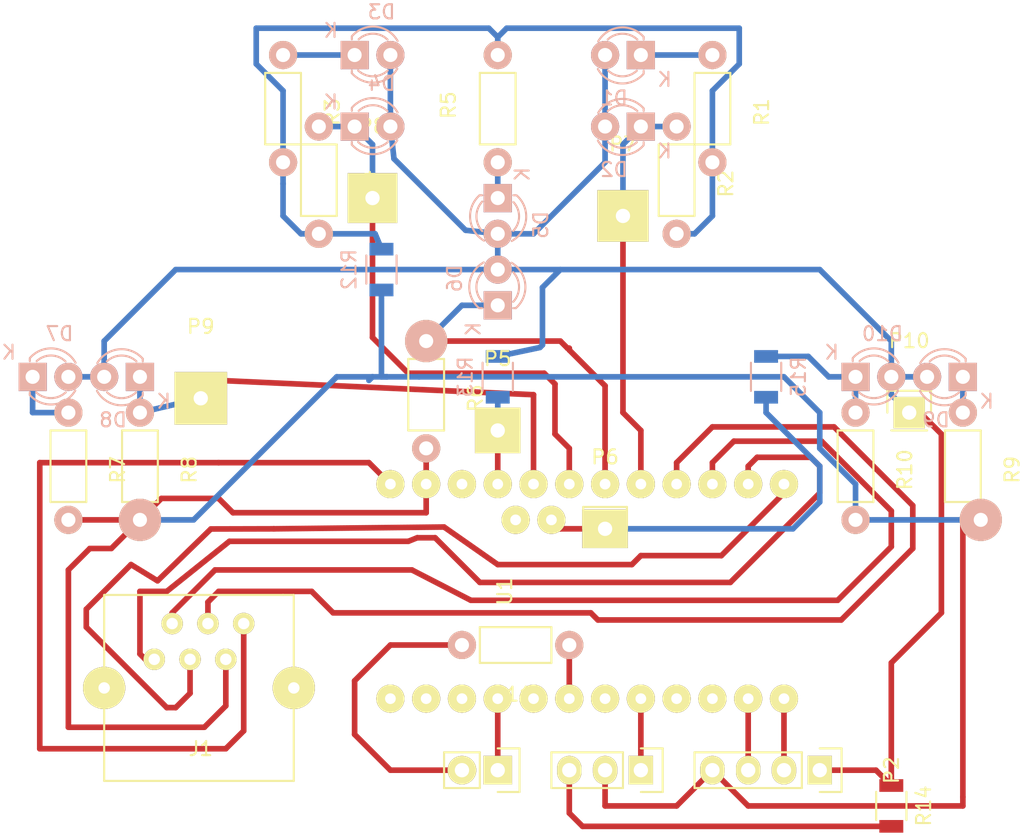
<source format=kicad_pcb>
(kicad_pcb (version 4) (host pcbnew 4.0.2+dfsg1-stable)

  (general
    (links 61)
    (no_connects 0)
    (area 111.905 102.495 184.81512 162.445001)
    (thickness 1.6)
    (drawings 0)
    (tracks 214)
    (zones 0)
    (modules 36)
    (nets 39)
  )

  (page A4)
  (layers
    (0 F.Cu signal)
    (31 B.Cu signal)
    (32 B.Adhes user)
    (33 F.Adhes user)
    (34 B.Paste user)
    (35 F.Paste user)
    (36 B.SilkS user)
    (37 F.SilkS user)
    (38 B.Mask user)
    (39 F.Mask user)
    (40 Dwgs.User user)
    (41 Cmts.User user)
    (42 Eco1.User user)
    (43 Eco2.User user)
    (44 Edge.Cuts user)
    (45 Margin user)
    (46 B.CrtYd user)
    (47 F.CrtYd user)
    (48 B.Fab user)
    (49 F.Fab user)
  )

  (setup
    (last_trace_width 0.4)
    (user_trace_width 0.2)
    (user_trace_width 1.2)
    (trace_clearance 0.2)
    (zone_clearance 0.508)
    (zone_45_only no)
    (trace_min 0.2)
    (segment_width 0.2)
    (edge_width 0.15)
    (via_size 0.6)
    (via_drill 0.4)
    (via_min_size 0.4)
    (via_min_drill 0.3)
    (uvia_size 0.3)
    (uvia_drill 0.1)
    (uvias_allowed no)
    (uvia_min_size 0.2)
    (uvia_min_drill 0.1)
    (pcb_text_width 0.3)
    (pcb_text_size 1.5 1.5)
    (mod_edge_width 0.15)
    (mod_text_size 1 1)
    (mod_text_width 0.15)
    (pad_size 3.7352 3.7352)
    (pad_drill 1.016)
    (pad_to_mask_clearance 0.2)
    (aux_axis_origin 0 0)
    (visible_elements FFFFFF7F)
    (pcbplotparams
      (layerselection 0x00000_80000001)
      (usegerberextensions false)
      (excludeedgelayer true)
      (linewidth 0.100000)
      (plotframeref false)
      (viasonmask false)
      (mode 1)
      (useauxorigin false)
      (hpglpennumber 1)
      (hpglpenspeed 20)
      (hpglpendiameter 15)
      (hpglpenoverlay 2)
      (psnegative false)
      (psa4output false)
      (plotreference true)
      (plotvalue true)
      (plotinvisibletext false)
      (padsonsilk false)
      (subtractmaskfromsilk false)
      (outputformat 1)
      (mirror false)
      (drillshape 0)
      (scaleselection 1)
      (outputdirectory ""))
  )

  (net 0 "")
  (net 1 "Net-(D1-Pad1)")
  (net 2 "Net-(D1-Pad2)")
  (net 3 "Net-(D2-Pad1)")
  (net 4 "Net-(D3-Pad1)")
  (net 5 "Net-(D4-Pad1)")
  (net 6 "Net-(D5-Pad1)")
  (net 7 "Net-(D6-Pad1)")
  (net 8 "Net-(D7-Pad1)")
  (net 9 "Net-(D8-Pad1)")
  (net 10 "Net-(D9-Pad1)")
  (net 11 "Net-(D10-Pad1)")
  (net 12 "Net-(J1-Pad3)")
  (net 13 "Net-(J1-Pad5)")
  (net 14 "Net-(J1-Pad1)")
  (net 15 "Net-(J1-Pad6)")
  (net 16 "Net-(J1-Pad4)")
  (net 17 "Net-(J1-Pad2)")
  (net 18 "Net-(J1-Pad8)")
  (net 19 "Net-(J1-Pad7)")
  (net 20 "Net-(P1-Pad1)")
  (net 21 "Net-(P1-Pad2)")
  (net 22 "Net-(P2-Pad2)")
  (net 23 "Net-(P2-Pad3)")
  (net 24 "Net-(P3-Pad1)")
  (net 25 "Net-(R11-Pad1)")
  (net 26 "Net-(U1-Pad22)")
  (net 27 "Net-(U1-Pad27)")
  (net 28 "Net-(U1-Pad29)")
  (net 29 "Net-(U1-Pad31)")
  (net 30 "Net-(U1-Pad33)")
  (net 31 "Net-(U1-Pad34)")
  (net 32 "Net-(U1-Pad35)")
  (net 33 "Net-(U1-Pad26)")
  (net 34 "Net-(R1-Pad2)")
  (net 35 "Net-(P5-Pad1)")
  (net 36 "Net-(P6-Pad1)")
  (net 37 "Net-(P3-Pad3)")
  (net 38 "Net-(U1-Pad9)")

  (net_class Default "This is the default net class."
    (clearance 0.2)
    (trace_width 0.4)
    (via_dia 0.6)
    (via_drill 0.4)
    (uvia_dia 0.3)
    (uvia_drill 0.1)
    (add_net "Net-(D1-Pad1)")
    (add_net "Net-(D1-Pad2)")
    (add_net "Net-(D10-Pad1)")
    (add_net "Net-(D2-Pad1)")
    (add_net "Net-(D3-Pad1)")
    (add_net "Net-(D4-Pad1)")
    (add_net "Net-(D5-Pad1)")
    (add_net "Net-(D6-Pad1)")
    (add_net "Net-(D7-Pad1)")
    (add_net "Net-(D8-Pad1)")
    (add_net "Net-(D9-Pad1)")
    (add_net "Net-(J1-Pad1)")
    (add_net "Net-(J1-Pad2)")
    (add_net "Net-(J1-Pad3)")
    (add_net "Net-(J1-Pad4)")
    (add_net "Net-(J1-Pad5)")
    (add_net "Net-(J1-Pad6)")
    (add_net "Net-(J1-Pad7)")
    (add_net "Net-(J1-Pad8)")
    (add_net "Net-(P1-Pad1)")
    (add_net "Net-(P1-Pad2)")
    (add_net "Net-(P2-Pad2)")
    (add_net "Net-(P2-Pad3)")
    (add_net "Net-(P3-Pad1)")
    (add_net "Net-(P3-Pad3)")
    (add_net "Net-(P5-Pad1)")
    (add_net "Net-(P6-Pad1)")
    (add_net "Net-(R1-Pad2)")
    (add_net "Net-(R11-Pad1)")
    (add_net "Net-(U1-Pad22)")
    (add_net "Net-(U1-Pad26)")
    (add_net "Net-(U1-Pad27)")
    (add_net "Net-(U1-Pad29)")
    (add_net "Net-(U1-Pad31)")
    (add_net "Net-(U1-Pad33)")
    (add_net "Net-(U1-Pad34)")
    (add_net "Net-(U1-Pad35)")
    (add_net "Net-(U1-Pad9)")
  )

  (module bugs:RJ12_Client (layer F.Cu) (tedit 57502E4F) (tstamp 5761721E)
    (at 126.238 155.956)
    (path /57486119)
    (fp_text reference J1 (at 0 0) (layer F.SilkS)
      (effects (font (size 1 1) (thickness 0.15)))
    )
    (fp_text value RJ12 (at 0 -2.54) (layer F.Fab)
      (effects (font (size 1 1) (thickness 0.15)))
    )
    (fp_line (start -6.858 -10.922) (end -6.858 2.286) (layer F.SilkS) (width 0.15))
    (fp_line (start 6.604 -10.922) (end 6.604 2.286) (layer F.SilkS) (width 0.15))
    (fp_line (start -6.858 2.286) (end 6.604 2.286) (layer F.SilkS) (width 0.15))
    (fp_line (start 5.842 -10.922) (end 6.604 -10.922) (layer F.SilkS) (width 0.15))
    (fp_line (start -6.858 -10.922) (end 5.842 -10.922) (layer F.SilkS) (width 0.15))
    (pad 3 thru_hole circle (at 0.508 -8.89) (size 1.524 1.524) (drill 0.8128) (layers *.Cu *.Mask F.SilkS)
      (net 12 "Net-(J1-Pad3)"))
    (pad 5 thru_hole circle (at -2.032 -8.89) (size 1.524 1.524) (drill 0.8128) (layers *.Cu *.Mask F.SilkS)
      (net 13 "Net-(J1-Pad5)"))
    (pad 1 thru_hole circle (at 3.048 -8.89) (size 1.524 1.524) (drill 0.8128) (layers *.Cu *.Mask F.SilkS)
      (net 14 "Net-(J1-Pad1)"))
    (pad 6 thru_hole circle (at -3.302 -6.35) (size 1.524 1.524) (drill 0.8128) (layers *.Cu *.Mask F.SilkS)
      (net 15 "Net-(J1-Pad6)"))
    (pad 4 thru_hole circle (at -0.762 -6.35) (size 1.524 1.524) (drill 0.8128) (layers *.Cu *.Mask F.SilkS)
      (net 16 "Net-(J1-Pad4)"))
    (pad 2 thru_hole circle (at 1.778 -6.35) (size 1.524 1.524) (drill 0.8128) (layers *.Cu *.Mask F.SilkS)
      (net 17 "Net-(J1-Pad2)"))
    (pad 8 thru_hole circle (at 6.604 -4.318) (size 2.99974 2.99974) (drill 0.8128) (layers *.Cu *.Mask F.SilkS)
      (net 18 "Net-(J1-Pad8)"))
    (pad 7 thru_hole circle (at -6.858 -4.318) (size 2.99974 2.99974) (drill 0.8128) (layers *.Cu *.Mask F.SilkS)
      (net 19 "Net-(J1-Pad7)"))
  )

  (module Resistors_ThroughHole:Resistor_Horizontal_RM7mm (layer F.Cu) (tedit 576D3BC0) (tstamp 57617269)
    (at 180.34 132.08 270)
    (descr "Resistor, Axial,  RM 7.62mm, 1/3W,")
    (tags "Resistor Axial RM 7.62mm 1/3W R3")
    (path /574844DD)
    (fp_text reference R9 (at 4.05892 -3.50012 270) (layer F.SilkS)
      (effects (font (size 1 1) (thickness 0.15)))
    )
    (fp_text value 150 (at 3.81 3.81 270) (layer F.Fab)
      (effects (font (size 1 1) (thickness 0.15)))
    )
    (fp_line (start -1.25 -1.5) (end 8.85 -1.5) (layer F.CrtYd) (width 0.05))
    (fp_line (start -1.25 1.5) (end -1.25 -1.5) (layer F.CrtYd) (width 0.05))
    (fp_line (start 8.85 -1.5) (end 8.85 1.5) (layer F.CrtYd) (width 0.05))
    (fp_line (start -1.25 1.5) (end 8.85 1.5) (layer F.CrtYd) (width 0.05))
    (fp_line (start 1.27 -1.27) (end 6.35 -1.27) (layer F.SilkS) (width 0.15))
    (fp_line (start 6.35 -1.27) (end 6.35 1.27) (layer F.SilkS) (width 0.15))
    (fp_line (start 6.35 1.27) (end 1.27 1.27) (layer F.SilkS) (width 0.15))
    (fp_line (start 1.27 1.27) (end 1.27 -1.27) (layer F.SilkS) (width 0.15))
    (pad 1 thru_hole circle (at 0 0 270) (size 1.99898 1.99898) (drill 1.00076) (layers *.Cu *.SilkS *.Mask)
      (net 10 "Net-(D9-Pad1)"))
    (pad 2 thru_hole circle (at 7.62 -1.27 270) (size 2.99898 2.99898) (drill 1.00076) (layers *.Cu *.SilkS *.Mask)
      (net 17 "Net-(J1-Pad2)"))
  )

  (module Pin_Headers:Pin_Header_Straight_1x01 (layer F.Cu) (tedit 576D3ADF) (tstamp 576D37CD)
    (at 138.43 116.84)
    (descr "Through hole pin header")
    (tags "pin header")
    (path /576D3FC5)
    (fp_text reference P8 (at 0 -5.1) (layer F.SilkS)
      (effects (font (size 1 1) (thickness 0.15)))
    )
    (fp_text value under (at 0 -3.1) (layer F.Fab)
      (effects (font (size 1 1) (thickness 0.15)))
    )
    (fp_line (start 1.55 -1.55) (end 1.55 0) (layer F.SilkS) (width 0.15))
    (fp_line (start -1.75 -1.75) (end -1.75 1.75) (layer F.CrtYd) (width 0.05))
    (fp_line (start 1.75 -1.75) (end 1.75 1.75) (layer F.CrtYd) (width 0.05))
    (fp_line (start -1.75 -1.75) (end 1.75 -1.75) (layer F.CrtYd) (width 0.05))
    (fp_line (start -1.75 1.75) (end 1.75 1.75) (layer F.CrtYd) (width 0.05))
    (fp_line (start -1.55 0) (end -1.55 -1.55) (layer F.SilkS) (width 0.15))
    (fp_line (start -1.55 -1.55) (end 1.55 -1.55) (layer F.SilkS) (width 0.15))
    (fp_line (start -1.27 1.27) (end 1.27 1.27) (layer F.SilkS) (width 0.15))
    (pad 1 thru_hole rect (at 0 0) (size 3.5352 3.5352) (drill 1.016) (layers *.Cu *.Mask F.SilkS)
      (net 5 "Net-(D4-Pad1)"))
    (model Pin_Headers.3dshapes/Pin_Header_Straight_1x01.wrl
      (at (xyz 0 0 0))
      (scale (xyz 1 1 1))
      (rotate (xyz 0 0 90))
    )
  )

  (module Pin_Headers:Pin_Header_Straight_1x01 (layer F.Cu) (tedit 576D3ACB) (tstamp 576D37C0)
    (at 156.21 118.11)
    (descr "Through hole pin header")
    (tags "pin header")
    (path /576D3AA6)
    (fp_text reference P7 (at 0 -5.1) (layer F.SilkS)
      (effects (font (size 1 1) (thickness 0.15)))
    )
    (fp_text value under (at 0 -3.1) (layer F.Fab)
      (effects (font (size 1 1) (thickness 0.15)))
    )
    (fp_line (start 1.55 -1.55) (end 1.55 0) (layer F.SilkS) (width 0.15))
    (fp_line (start -1.75 -1.75) (end -1.75 1.75) (layer F.CrtYd) (width 0.05))
    (fp_line (start 1.75 -1.75) (end 1.75 1.75) (layer F.CrtYd) (width 0.05))
    (fp_line (start -1.75 -1.75) (end 1.75 -1.75) (layer F.CrtYd) (width 0.05))
    (fp_line (start -1.75 1.75) (end 1.75 1.75) (layer F.CrtYd) (width 0.05))
    (fp_line (start -1.55 0) (end -1.55 -1.55) (layer F.SilkS) (width 0.15))
    (fp_line (start -1.55 -1.55) (end 1.55 -1.55) (layer F.SilkS) (width 0.15))
    (fp_line (start -1.27 1.27) (end 1.27 1.27) (layer F.SilkS) (width 0.15))
    (pad 1 thru_hole rect (at 0 0) (size 3.6352 3.6652) (drill 1.016) (layers *.Cu *.Mask F.SilkS)
      (net 3 "Net-(D2-Pad1)"))
    (model Pin_Headers.3dshapes/Pin_Header_Straight_1x01.wrl
      (at (xyz 0 0 0))
      (scale (xyz 1 1 1))
      (rotate (xyz 0 0 90))
    )
  )

  (module Pin_Headers:Pin_Header_Straight_1x01 (layer F.Cu) (tedit 576D3C03) (tstamp 576D37DA)
    (at 126.238 131.064)
    (descr "Through hole pin header")
    (tags "pin header")
    (path /576D4127)
    (fp_text reference P9 (at 0 -5.1) (layer F.SilkS)
      (effects (font (size 1 1) (thickness 0.15)))
    )
    (fp_text value under (at 0 -3.1) (layer F.Fab)
      (effects (font (size 1 1) (thickness 0.15)))
    )
    (fp_line (start 1.55 -1.55) (end 1.55 0) (layer F.SilkS) (width 0.15))
    (fp_line (start -1.75 -1.75) (end -1.75 1.75) (layer F.CrtYd) (width 0.05))
    (fp_line (start 1.75 -1.75) (end 1.75 1.75) (layer F.CrtYd) (width 0.05))
    (fp_line (start -1.75 -1.75) (end 1.75 -1.75) (layer F.CrtYd) (width 0.05))
    (fp_line (start -1.75 1.75) (end 1.75 1.75) (layer F.CrtYd) (width 0.05))
    (fp_line (start -1.55 0) (end -1.55 -1.55) (layer F.SilkS) (width 0.15))
    (fp_line (start -1.55 -1.55) (end 1.55 -1.55) (layer F.SilkS) (width 0.15))
    (fp_line (start -1.27 1.27) (end 1.27 1.27) (layer F.SilkS) (width 0.15))
    (pad 1 thru_hole rect (at 0 0) (size 3.7352 3.7352) (drill 1.016) (layers *.Cu *.Mask F.SilkS)
      (net 9 "Net-(D8-Pad1)"))
    (model Pin_Headers.3dshapes/Pin_Header_Straight_1x01.wrl
      (at (xyz 0 0 0))
      (scale (xyz 1 1 1))
      (rotate (xyz 0 0 90))
    )
  )

  (module LEDs:LED-3MM (layer B.Cu) (tedit 559B82F6) (tstamp 574848D2)
    (at 157.48 106.68 180)
    (descr "LED 3mm round vertical")
    (tags "LED  3mm round vertical")
    (path /574844CD)
    (fp_text reference D1 (at 1.91 -3.06 180) (layer B.SilkS)
      (effects (font (size 1 1) (thickness 0.15)) (justify mirror))
    )
    (fp_text value LED (at 1.3 2.9 180) (layer B.Fab)
      (effects (font (size 1 1) (thickness 0.15)) (justify mirror))
    )
    (fp_line (start -1.2 -2.3) (end 3.8 -2.3) (layer B.CrtYd) (width 0.05))
    (fp_line (start 3.8 -2.3) (end 3.8 2.2) (layer B.CrtYd) (width 0.05))
    (fp_line (start 3.8 2.2) (end -1.2 2.2) (layer B.CrtYd) (width 0.05))
    (fp_line (start -1.2 2.2) (end -1.2 -2.3) (layer B.CrtYd) (width 0.05))
    (fp_line (start -0.199 -1.314) (end -0.199 -1.114) (layer B.SilkS) (width 0.15))
    (fp_line (start -0.199 1.28) (end -0.199 1.1) (layer B.SilkS) (width 0.15))
    (fp_arc (start 1.301 -0.034) (end -0.199 1.286) (angle -108.5) (layer B.SilkS) (width 0.15))
    (fp_arc (start 1.301 -0.034) (end 0.25 1.1) (angle -85.7) (layer B.SilkS) (width 0.15))
    (fp_arc (start 1.311 -0.034) (end 3.051 -0.994) (angle -110) (layer B.SilkS) (width 0.15))
    (fp_arc (start 1.301 -0.034) (end 2.335 -1.094) (angle -87.5) (layer B.SilkS) (width 0.15))
    (fp_text user K (at -1.69 -1.74 180) (layer B.SilkS)
      (effects (font (size 1 1) (thickness 0.15)) (justify mirror))
    )
    (pad 1 thru_hole rect (at 0 0 90) (size 2 2) (drill 1.00076) (layers *.Cu *.Mask B.SilkS)
      (net 1 "Net-(D1-Pad1)"))
    (pad 2 thru_hole circle (at 2.54 0 180) (size 2 2) (drill 1.00076) (layers *.Cu *.Mask B.SilkS)
      (net 2 "Net-(D1-Pad2)"))
    (model LEDs.3dshapes/LED-3MM.wrl
      (at (xyz 0.05 0 0))
      (scale (xyz 1 1 1))
      (rotate (xyz 0 0 90))
    )
  )

  (module LEDs:LED-3MM (layer B.Cu) (tedit 559B82F6) (tstamp 574848D8)
    (at 157.48 111.76 180)
    (descr "LED 3mm round vertical")
    (tags "LED  3mm round vertical")
    (path /574844CE)
    (fp_text reference D2 (at 1.91 -3.06 180) (layer B.SilkS)
      (effects (font (size 1 1) (thickness 0.15)) (justify mirror))
    )
    (fp_text value LED (at 1.3 2.9 180) (layer B.Fab)
      (effects (font (size 1 1) (thickness 0.15)) (justify mirror))
    )
    (fp_line (start -1.2 -2.3) (end 3.8 -2.3) (layer B.CrtYd) (width 0.05))
    (fp_line (start 3.8 -2.3) (end 3.8 2.2) (layer B.CrtYd) (width 0.05))
    (fp_line (start 3.8 2.2) (end -1.2 2.2) (layer B.CrtYd) (width 0.05))
    (fp_line (start -1.2 2.2) (end -1.2 -2.3) (layer B.CrtYd) (width 0.05))
    (fp_line (start -0.199 -1.314) (end -0.199 -1.114) (layer B.SilkS) (width 0.15))
    (fp_line (start -0.199 1.28) (end -0.199 1.1) (layer B.SilkS) (width 0.15))
    (fp_arc (start 1.301 -0.034) (end -0.199 1.286) (angle -108.5) (layer B.SilkS) (width 0.15))
    (fp_arc (start 1.301 -0.034) (end 0.25 1.1) (angle -85.7) (layer B.SilkS) (width 0.15))
    (fp_arc (start 1.311 -0.034) (end 3.051 -0.994) (angle -110) (layer B.SilkS) (width 0.15))
    (fp_arc (start 1.301 -0.034) (end 2.335 -1.094) (angle -87.5) (layer B.SilkS) (width 0.15))
    (fp_text user K (at -1.69 -1.74 180) (layer B.SilkS)
      (effects (font (size 1 1) (thickness 0.15)) (justify mirror))
    )
    (pad 1 thru_hole rect (at 0 0 90) (size 2 2) (drill 1.00076) (layers *.Cu *.Mask B.SilkS)
      (net 3 "Net-(D2-Pad1)"))
    (pad 2 thru_hole circle (at 2.54 0 180) (size 2 2) (drill 1.00076) (layers *.Cu *.Mask B.SilkS)
      (net 2 "Net-(D1-Pad2)"))
    (model LEDs.3dshapes/LED-3MM.wrl
      (at (xyz 0.05 0 0))
      (scale (xyz 1 1 1))
      (rotate (xyz 0 0 90))
    )
  )

  (module LEDs:LED-3MM (layer B.Cu) (tedit 559B82F6) (tstamp 574848DE)
    (at 137.16 106.68)
    (descr "LED 3mm round vertical")
    (tags "LED  3mm round vertical")
    (path /574844CF)
    (fp_text reference D3 (at 1.91 -3.06) (layer B.SilkS)
      (effects (font (size 1 1) (thickness 0.15)) (justify mirror))
    )
    (fp_text value LED (at 1.3 2.9) (layer B.Fab)
      (effects (font (size 1 1) (thickness 0.15)) (justify mirror))
    )
    (fp_line (start -1.2 -2.3) (end 3.8 -2.3) (layer B.CrtYd) (width 0.05))
    (fp_line (start 3.8 -2.3) (end 3.8 2.2) (layer B.CrtYd) (width 0.05))
    (fp_line (start 3.8 2.2) (end -1.2 2.2) (layer B.CrtYd) (width 0.05))
    (fp_line (start -1.2 2.2) (end -1.2 -2.3) (layer B.CrtYd) (width 0.05))
    (fp_line (start -0.199 -1.314) (end -0.199 -1.114) (layer B.SilkS) (width 0.15))
    (fp_line (start -0.199 1.28) (end -0.199 1.1) (layer B.SilkS) (width 0.15))
    (fp_arc (start 1.301 -0.034) (end -0.199 1.286) (angle -108.5) (layer B.SilkS) (width 0.15))
    (fp_arc (start 1.301 -0.034) (end 0.25 1.1) (angle -85.7) (layer B.SilkS) (width 0.15))
    (fp_arc (start 1.311 -0.034) (end 3.051 -0.994) (angle -110) (layer B.SilkS) (width 0.15))
    (fp_arc (start 1.301 -0.034) (end 2.335 -1.094) (angle -87.5) (layer B.SilkS) (width 0.15))
    (fp_text user K (at -1.69 -1.74) (layer B.SilkS)
      (effects (font (size 1 1) (thickness 0.15)) (justify mirror))
    )
    (pad 1 thru_hole rect (at 0 0 270) (size 2 2) (drill 1.00076) (layers *.Cu *.Mask B.SilkS)
      (net 4 "Net-(D3-Pad1)"))
    (pad 2 thru_hole circle (at 2.54 0) (size 2 2) (drill 1.00076) (layers *.Cu *.Mask B.SilkS)
      (net 2 "Net-(D1-Pad2)"))
    (model LEDs.3dshapes/LED-3MM.wrl
      (at (xyz 0.05 0 0))
      (scale (xyz 1 1 1))
      (rotate (xyz 0 0 90))
    )
  )

  (module LEDs:LED-3MM (layer B.Cu) (tedit 559B82F6) (tstamp 574848E4)
    (at 137.16 111.76)
    (descr "LED 3mm round vertical")
    (tags "LED  3mm round vertical")
    (path /574844D0)
    (fp_text reference D4 (at 1.91 -3.06) (layer B.SilkS)
      (effects (font (size 1 1) (thickness 0.15)) (justify mirror))
    )
    (fp_text value LED (at 1.3 2.9) (layer B.Fab)
      (effects (font (size 1 1) (thickness 0.15)) (justify mirror))
    )
    (fp_line (start -1.2 -2.3) (end 3.8 -2.3) (layer B.CrtYd) (width 0.05))
    (fp_line (start 3.8 -2.3) (end 3.8 2.2) (layer B.CrtYd) (width 0.05))
    (fp_line (start 3.8 2.2) (end -1.2 2.2) (layer B.CrtYd) (width 0.05))
    (fp_line (start -1.2 2.2) (end -1.2 -2.3) (layer B.CrtYd) (width 0.05))
    (fp_line (start -0.199 -1.314) (end -0.199 -1.114) (layer B.SilkS) (width 0.15))
    (fp_line (start -0.199 1.28) (end -0.199 1.1) (layer B.SilkS) (width 0.15))
    (fp_arc (start 1.301 -0.034) (end -0.199 1.286) (angle -108.5) (layer B.SilkS) (width 0.15))
    (fp_arc (start 1.301 -0.034) (end 0.25 1.1) (angle -85.7) (layer B.SilkS) (width 0.15))
    (fp_arc (start 1.311 -0.034) (end 3.051 -0.994) (angle -110) (layer B.SilkS) (width 0.15))
    (fp_arc (start 1.301 -0.034) (end 2.335 -1.094) (angle -87.5) (layer B.SilkS) (width 0.15))
    (fp_text user K (at -1.69 -1.74) (layer B.SilkS)
      (effects (font (size 1 1) (thickness 0.15)) (justify mirror))
    )
    (pad 1 thru_hole rect (at 0 0 270) (size 2 2) (drill 1.00076) (layers *.Cu *.Mask B.SilkS)
      (net 5 "Net-(D4-Pad1)"))
    (pad 2 thru_hole circle (at 2.54 0) (size 2 2) (drill 1.00076) (layers *.Cu *.Mask B.SilkS)
      (net 2 "Net-(D1-Pad2)"))
    (model LEDs.3dshapes/LED-3MM.wrl
      (at (xyz 0.05 0 0))
      (scale (xyz 1 1 1))
      (rotate (xyz 0 0 90))
    )
  )

  (module LEDs:LED-3MM (layer B.Cu) (tedit 559B82F6) (tstamp 574848EA)
    (at 147.32 116.84 270)
    (descr "LED 3mm round vertical")
    (tags "LED  3mm round vertical")
    (path /574844CB)
    (fp_text reference D5 (at 1.91 -3.06 270) (layer B.SilkS)
      (effects (font (size 1 1) (thickness 0.15)) (justify mirror))
    )
    (fp_text value LED (at 1.3 2.9 270) (layer B.Fab)
      (effects (font (size 1 1) (thickness 0.15)) (justify mirror))
    )
    (fp_line (start -1.2 -2.3) (end 3.8 -2.3) (layer B.CrtYd) (width 0.05))
    (fp_line (start 3.8 -2.3) (end 3.8 2.2) (layer B.CrtYd) (width 0.05))
    (fp_line (start 3.8 2.2) (end -1.2 2.2) (layer B.CrtYd) (width 0.05))
    (fp_line (start -1.2 2.2) (end -1.2 -2.3) (layer B.CrtYd) (width 0.05))
    (fp_line (start -0.199 -1.314) (end -0.199 -1.114) (layer B.SilkS) (width 0.15))
    (fp_line (start -0.199 1.28) (end -0.199 1.1) (layer B.SilkS) (width 0.15))
    (fp_arc (start 1.301 -0.034) (end -0.199 1.286) (angle -108.5) (layer B.SilkS) (width 0.15))
    (fp_arc (start 1.301 -0.034) (end 0.25 1.1) (angle -85.7) (layer B.SilkS) (width 0.15))
    (fp_arc (start 1.311 -0.034) (end 3.051 -0.994) (angle -110) (layer B.SilkS) (width 0.15))
    (fp_arc (start 1.301 -0.034) (end 2.335 -1.094) (angle -87.5) (layer B.SilkS) (width 0.15))
    (fp_text user K (at -1.69 -1.74 270) (layer B.SilkS)
      (effects (font (size 1 1) (thickness 0.15)) (justify mirror))
    )
    (pad 1 thru_hole rect (at 0 0 180) (size 2 2) (drill 1.00076) (layers *.Cu *.Mask B.SilkS)
      (net 6 "Net-(D5-Pad1)"))
    (pad 2 thru_hole circle (at 2.54 0 270) (size 2 2) (drill 1.00076) (layers *.Cu *.Mask B.SilkS)
      (net 2 "Net-(D1-Pad2)"))
    (model LEDs.3dshapes/LED-3MM.wrl
      (at (xyz 0.05 0 0))
      (scale (xyz 1 1 1))
      (rotate (xyz 0 0 90))
    )
  )

  (module LEDs:LED-3MM (layer B.Cu) (tedit 559B82F6) (tstamp 574848F0)
    (at 147.32 124.46 90)
    (descr "LED 3mm round vertical")
    (tags "LED  3mm round vertical")
    (path /574844CC)
    (fp_text reference D6 (at 1.91 -3.06 90) (layer B.SilkS)
      (effects (font (size 1 1) (thickness 0.15)) (justify mirror))
    )
    (fp_text value LED (at 1.3 2.9 90) (layer B.Fab)
      (effects (font (size 1 1) (thickness 0.15)) (justify mirror))
    )
    (fp_line (start -1.2 -2.3) (end 3.8 -2.3) (layer B.CrtYd) (width 0.05))
    (fp_line (start 3.8 -2.3) (end 3.8 2.2) (layer B.CrtYd) (width 0.05))
    (fp_line (start 3.8 2.2) (end -1.2 2.2) (layer B.CrtYd) (width 0.05))
    (fp_line (start -1.2 2.2) (end -1.2 -2.3) (layer B.CrtYd) (width 0.05))
    (fp_line (start -0.199 -1.314) (end -0.199 -1.114) (layer B.SilkS) (width 0.15))
    (fp_line (start -0.199 1.28) (end -0.199 1.1) (layer B.SilkS) (width 0.15))
    (fp_arc (start 1.301 -0.034) (end -0.199 1.286) (angle -108.5) (layer B.SilkS) (width 0.15))
    (fp_arc (start 1.301 -0.034) (end 0.25 1.1) (angle -85.7) (layer B.SilkS) (width 0.15))
    (fp_arc (start 1.311 -0.034) (end 3.051 -0.994) (angle -110) (layer B.SilkS) (width 0.15))
    (fp_arc (start 1.301 -0.034) (end 2.335 -1.094) (angle -87.5) (layer B.SilkS) (width 0.15))
    (fp_text user K (at -1.69 -1.74 90) (layer B.SilkS)
      (effects (font (size 1 1) (thickness 0.15)) (justify mirror))
    )
    (pad 1 thru_hole rect (at 0 0) (size 2 2) (drill 1.00076) (layers *.Cu *.Mask B.SilkS)
      (net 7 "Net-(D6-Pad1)"))
    (pad 2 thru_hole circle (at 2.54 0 90) (size 2 2) (drill 1.00076) (layers *.Cu *.Mask B.SilkS)
      (net 2 "Net-(D1-Pad2)"))
    (model LEDs.3dshapes/LED-3MM.wrl
      (at (xyz 0.05 0 0))
      (scale (xyz 1 1 1))
      (rotate (xyz 0 0 90))
    )
  )

  (module LEDs:LED-3MM (layer B.Cu) (tedit 559B82F6) (tstamp 574848F6)
    (at 114.3 129.54)
    (descr "LED 3mm round vertical")
    (tags "LED  3mm round vertical")
    (path /574844D1)
    (fp_text reference D7 (at 1.91 -3.06) (layer B.SilkS)
      (effects (font (size 1 1) (thickness 0.15)) (justify mirror))
    )
    (fp_text value LED (at 1.3 2.9) (layer B.Fab)
      (effects (font (size 1 1) (thickness 0.15)) (justify mirror))
    )
    (fp_line (start -1.2 -2.3) (end 3.8 -2.3) (layer B.CrtYd) (width 0.05))
    (fp_line (start 3.8 -2.3) (end 3.8 2.2) (layer B.CrtYd) (width 0.05))
    (fp_line (start 3.8 2.2) (end -1.2 2.2) (layer B.CrtYd) (width 0.05))
    (fp_line (start -1.2 2.2) (end -1.2 -2.3) (layer B.CrtYd) (width 0.05))
    (fp_line (start -0.199 -1.314) (end -0.199 -1.114) (layer B.SilkS) (width 0.15))
    (fp_line (start -0.199 1.28) (end -0.199 1.1) (layer B.SilkS) (width 0.15))
    (fp_arc (start 1.301 -0.034) (end -0.199 1.286) (angle -108.5) (layer B.SilkS) (width 0.15))
    (fp_arc (start 1.301 -0.034) (end 0.25 1.1) (angle -85.7) (layer B.SilkS) (width 0.15))
    (fp_arc (start 1.311 -0.034) (end 3.051 -0.994) (angle -110) (layer B.SilkS) (width 0.15))
    (fp_arc (start 1.301 -0.034) (end 2.335 -1.094) (angle -87.5) (layer B.SilkS) (width 0.15))
    (fp_text user K (at -1.69 -1.74) (layer B.SilkS)
      (effects (font (size 1 1) (thickness 0.15)) (justify mirror))
    )
    (pad 1 thru_hole rect (at 0 0 270) (size 2 2) (drill 1.00076) (layers *.Cu *.Mask B.SilkS)
      (net 8 "Net-(D7-Pad1)"))
    (pad 2 thru_hole circle (at 2.54 0) (size 2 2) (drill 1.00076) (layers *.Cu *.Mask B.SilkS)
      (net 2 "Net-(D1-Pad2)"))
    (model LEDs.3dshapes/LED-3MM.wrl
      (at (xyz 0.05 0 0))
      (scale (xyz 1 1 1))
      (rotate (xyz 0 0 90))
    )
  )

  (module LEDs:LED-3MM (layer B.Cu) (tedit 559B82F6) (tstamp 574848FC)
    (at 121.92 129.54 180)
    (descr "LED 3mm round vertical")
    (tags "LED  3mm round vertical")
    (path /574844D2)
    (fp_text reference D8 (at 1.91 -3.06 180) (layer B.SilkS)
      (effects (font (size 1 1) (thickness 0.15)) (justify mirror))
    )
    (fp_text value LED (at 1.3 2.9 180) (layer B.Fab)
      (effects (font (size 1 1) (thickness 0.15)) (justify mirror))
    )
    (fp_line (start -1.2 -2.3) (end 3.8 -2.3) (layer B.CrtYd) (width 0.05))
    (fp_line (start 3.8 -2.3) (end 3.8 2.2) (layer B.CrtYd) (width 0.05))
    (fp_line (start 3.8 2.2) (end -1.2 2.2) (layer B.CrtYd) (width 0.05))
    (fp_line (start -1.2 2.2) (end -1.2 -2.3) (layer B.CrtYd) (width 0.05))
    (fp_line (start -0.199 -1.314) (end -0.199 -1.114) (layer B.SilkS) (width 0.15))
    (fp_line (start -0.199 1.28) (end -0.199 1.1) (layer B.SilkS) (width 0.15))
    (fp_arc (start 1.301 -0.034) (end -0.199 1.286) (angle -108.5) (layer B.SilkS) (width 0.15))
    (fp_arc (start 1.301 -0.034) (end 0.25 1.1) (angle -85.7) (layer B.SilkS) (width 0.15))
    (fp_arc (start 1.311 -0.034) (end 3.051 -0.994) (angle -110) (layer B.SilkS) (width 0.15))
    (fp_arc (start 1.301 -0.034) (end 2.335 -1.094) (angle -87.5) (layer B.SilkS) (width 0.15))
    (fp_text user K (at -1.69 -1.74 180) (layer B.SilkS)
      (effects (font (size 1 1) (thickness 0.15)) (justify mirror))
    )
    (pad 1 thru_hole rect (at 0 0 90) (size 2 2) (drill 1.00076) (layers *.Cu *.Mask B.SilkS)
      (net 9 "Net-(D8-Pad1)"))
    (pad 2 thru_hole circle (at 2.54 0 180) (size 2 2) (drill 1.00076) (layers *.Cu *.Mask B.SilkS)
      (net 2 "Net-(D1-Pad2)"))
    (model LEDs.3dshapes/LED-3MM.wrl
      (at (xyz 0.05 0 0))
      (scale (xyz 1 1 1))
      (rotate (xyz 0 0 90))
    )
  )

  (module LEDs:LED-3MM (layer B.Cu) (tedit 559B82F6) (tstamp 57484902)
    (at 180.34 129.54 180)
    (descr "LED 3mm round vertical")
    (tags "LED  3mm round vertical")
    (path /574844D3)
    (fp_text reference D9 (at 1.91 -3.06 180) (layer B.SilkS)
      (effects (font (size 1 1) (thickness 0.15)) (justify mirror))
    )
    (fp_text value LED (at 1.3 2.9 180) (layer B.Fab)
      (effects (font (size 1 1) (thickness 0.15)) (justify mirror))
    )
    (fp_line (start -1.2 -2.3) (end 3.8 -2.3) (layer B.CrtYd) (width 0.05))
    (fp_line (start 3.8 -2.3) (end 3.8 2.2) (layer B.CrtYd) (width 0.05))
    (fp_line (start 3.8 2.2) (end -1.2 2.2) (layer B.CrtYd) (width 0.05))
    (fp_line (start -1.2 2.2) (end -1.2 -2.3) (layer B.CrtYd) (width 0.05))
    (fp_line (start -0.199 -1.314) (end -0.199 -1.114) (layer B.SilkS) (width 0.15))
    (fp_line (start -0.199 1.28) (end -0.199 1.1) (layer B.SilkS) (width 0.15))
    (fp_arc (start 1.301 -0.034) (end -0.199 1.286) (angle -108.5) (layer B.SilkS) (width 0.15))
    (fp_arc (start 1.301 -0.034) (end 0.25 1.1) (angle -85.7) (layer B.SilkS) (width 0.15))
    (fp_arc (start 1.311 -0.034) (end 3.051 -0.994) (angle -110) (layer B.SilkS) (width 0.15))
    (fp_arc (start 1.301 -0.034) (end 2.335 -1.094) (angle -87.5) (layer B.SilkS) (width 0.15))
    (fp_text user K (at -1.69 -1.74 180) (layer B.SilkS)
      (effects (font (size 1 1) (thickness 0.15)) (justify mirror))
    )
    (pad 1 thru_hole rect (at 0 0 90) (size 2 2) (drill 1.00076) (layers *.Cu *.Mask B.SilkS)
      (net 10 "Net-(D9-Pad1)"))
    (pad 2 thru_hole circle (at 2.54 0 180) (size 2 2) (drill 1.00076) (layers *.Cu *.Mask B.SilkS)
      (net 2 "Net-(D1-Pad2)"))
    (model LEDs.3dshapes/LED-3MM.wrl
      (at (xyz 0.05 0 0))
      (scale (xyz 1 1 1))
      (rotate (xyz 0 0 90))
    )
  )

  (module LEDs:LED-3MM (layer B.Cu) (tedit 559B82F6) (tstamp 57484908)
    (at 172.72 129.54)
    (descr "LED 3mm round vertical")
    (tags "LED  3mm round vertical")
    (path /574844D4)
    (fp_text reference D10 (at 1.91 -3.06) (layer B.SilkS)
      (effects (font (size 1 1) (thickness 0.15)) (justify mirror))
    )
    (fp_text value LED (at 1.3 2.9) (layer B.Fab)
      (effects (font (size 1 1) (thickness 0.15)) (justify mirror))
    )
    (fp_line (start -1.2 -2.3) (end 3.8 -2.3) (layer B.CrtYd) (width 0.05))
    (fp_line (start 3.8 -2.3) (end 3.8 2.2) (layer B.CrtYd) (width 0.05))
    (fp_line (start 3.8 2.2) (end -1.2 2.2) (layer B.CrtYd) (width 0.05))
    (fp_line (start -1.2 2.2) (end -1.2 -2.3) (layer B.CrtYd) (width 0.05))
    (fp_line (start -0.199 -1.314) (end -0.199 -1.114) (layer B.SilkS) (width 0.15))
    (fp_line (start -0.199 1.28) (end -0.199 1.1) (layer B.SilkS) (width 0.15))
    (fp_arc (start 1.301 -0.034) (end -0.199 1.286) (angle -108.5) (layer B.SilkS) (width 0.15))
    (fp_arc (start 1.301 -0.034) (end 0.25 1.1) (angle -85.7) (layer B.SilkS) (width 0.15))
    (fp_arc (start 1.311 -0.034) (end 3.051 -0.994) (angle -110) (layer B.SilkS) (width 0.15))
    (fp_arc (start 1.301 -0.034) (end 2.335 -1.094) (angle -87.5) (layer B.SilkS) (width 0.15))
    (fp_text user K (at -1.69 -1.74) (layer B.SilkS)
      (effects (font (size 1 1) (thickness 0.15)) (justify mirror))
    )
    (pad 1 thru_hole rect (at 0 0 270) (size 2 2) (drill 1.00076) (layers *.Cu *.Mask B.SilkS)
      (net 11 "Net-(D10-Pad1)"))
    (pad 2 thru_hole circle (at 2.54 0) (size 2 2) (drill 1.00076) (layers *.Cu *.Mask B.SilkS)
      (net 2 "Net-(D1-Pad2)"))
    (model LEDs.3dshapes/LED-3MM.wrl
      (at (xyz 0.05 0 0))
      (scale (xyz 1 1 1))
      (rotate (xyz 0 0 90))
    )
  )

  (module Pin_Headers:Pin_Header_Straight_1x02 (layer F.Cu) (tedit 54EA090C) (tstamp 57617224)
    (at 147.32 157.48 270)
    (descr "Through hole pin header")
    (tags "pin header")
    (path /57617470)
    (fp_text reference P1 (at 0 -5.1 270) (layer F.SilkS)
      (effects (font (size 1 1) (thickness 0.15)))
    )
    (fp_text value IRT (at 0 -3.1 270) (layer F.Fab)
      (effects (font (size 1 1) (thickness 0.15)))
    )
    (fp_line (start 1.27 1.27) (end 1.27 3.81) (layer F.SilkS) (width 0.15))
    (fp_line (start 1.55 -1.55) (end 1.55 0) (layer F.SilkS) (width 0.15))
    (fp_line (start -1.75 -1.75) (end -1.75 4.3) (layer F.CrtYd) (width 0.05))
    (fp_line (start 1.75 -1.75) (end 1.75 4.3) (layer F.CrtYd) (width 0.05))
    (fp_line (start -1.75 -1.75) (end 1.75 -1.75) (layer F.CrtYd) (width 0.05))
    (fp_line (start -1.75 4.3) (end 1.75 4.3) (layer F.CrtYd) (width 0.05))
    (fp_line (start 1.27 1.27) (end -1.27 1.27) (layer F.SilkS) (width 0.15))
    (fp_line (start -1.55 0) (end -1.55 -1.55) (layer F.SilkS) (width 0.15))
    (fp_line (start -1.55 -1.55) (end 1.55 -1.55) (layer F.SilkS) (width 0.15))
    (fp_line (start -1.27 1.27) (end -1.27 3.81) (layer F.SilkS) (width 0.15))
    (fp_line (start -1.27 3.81) (end 1.27 3.81) (layer F.SilkS) (width 0.15))
    (pad 1 thru_hole rect (at 0 0 270) (size 2.032 2.032) (drill 1.016) (layers *.Cu *.Mask F.SilkS)
      (net 20 "Net-(P1-Pad1)"))
    (pad 2 thru_hole oval (at 0 2.54 270) (size 2.032 2.032) (drill 1.016) (layers *.Cu *.Mask F.SilkS)
      (net 21 "Net-(P1-Pad2)"))
    (model Pin_Headers.3dshapes/Pin_Header_Straight_1x02.wrl
      (at (xyz 0 -0.05 0))
      (scale (xyz 1 1 1))
      (rotate (xyz 0 0 90))
    )
  )

  (module Pin_Headers:Pin_Header_Straight_1x04 (layer F.Cu) (tedit 0) (tstamp 5761722C)
    (at 170.18 157.48 270)
    (descr "Through hole pin header")
    (tags "pin header")
    (path /57484A94)
    (fp_text reference P2 (at 0 -5.1 270) (layer F.SilkS)
      (effects (font (size 1 1) (thickness 0.15)))
    )
    (fp_text value Sonar (at 0 -3.1 270) (layer F.Fab)
      (effects (font (size 1 1) (thickness 0.15)))
    )
    (fp_line (start -1.75 -1.75) (end -1.75 9.4) (layer F.CrtYd) (width 0.05))
    (fp_line (start 1.75 -1.75) (end 1.75 9.4) (layer F.CrtYd) (width 0.05))
    (fp_line (start -1.75 -1.75) (end 1.75 -1.75) (layer F.CrtYd) (width 0.05))
    (fp_line (start -1.75 9.4) (end 1.75 9.4) (layer F.CrtYd) (width 0.05))
    (fp_line (start -1.27 1.27) (end -1.27 8.89) (layer F.SilkS) (width 0.15))
    (fp_line (start 1.27 1.27) (end 1.27 8.89) (layer F.SilkS) (width 0.15))
    (fp_line (start 1.55 -1.55) (end 1.55 0) (layer F.SilkS) (width 0.15))
    (fp_line (start -1.27 8.89) (end 1.27 8.89) (layer F.SilkS) (width 0.15))
    (fp_line (start 1.27 1.27) (end -1.27 1.27) (layer F.SilkS) (width 0.15))
    (fp_line (start -1.55 0) (end -1.55 -1.55) (layer F.SilkS) (width 0.15))
    (fp_line (start -1.55 -1.55) (end 1.55 -1.55) (layer F.SilkS) (width 0.15))
    (pad 1 thru_hole rect (at 0 0 270) (size 2.032 1.7272) (drill 1.016) (layers *.Cu *.Mask F.SilkS)
      (net 2 "Net-(D1-Pad2)"))
    (pad 2 thru_hole oval (at 0 2.54 270) (size 2.032 1.7272) (drill 1.016) (layers *.Cu *.Mask F.SilkS)
      (net 22 "Net-(P2-Pad2)"))
    (pad 3 thru_hole oval (at 0 5.08 270) (size 2.032 1.7272) (drill 1.016) (layers *.Cu *.Mask F.SilkS)
      (net 23 "Net-(P2-Pad3)"))
    (pad 4 thru_hole oval (at 0 7.62 270) (size 2.032 1.7272) (drill 1.016) (layers *.Cu *.Mask F.SilkS)
      (net 17 "Net-(J1-Pad2)"))
    (model Pin_Headers.3dshapes/Pin_Header_Straight_1x04.wrl
      (at (xyz 0 -0.15 0))
      (scale (xyz 1 1 1))
      (rotate (xyz 0 0 90))
    )
  )

  (module Pin_Headers:Pin_Header_Straight_1x03 (layer F.Cu) (tedit 0) (tstamp 57617233)
    (at 157.48 157.48 270)
    (descr "Through hole pin header")
    (tags "pin header")
    (path /57484C01)
    (fp_text reference P3 (at 0 -5.1 270) (layer F.SilkS)
      (effects (font (size 1 1) (thickness 0.15)))
    )
    (fp_text value IRR (at 0 -3.1 270) (layer F.Fab)
      (effects (font (size 1 1) (thickness 0.15)))
    )
    (fp_line (start -1.75 -1.75) (end -1.75 6.85) (layer F.CrtYd) (width 0.05))
    (fp_line (start 1.75 -1.75) (end 1.75 6.85) (layer F.CrtYd) (width 0.05))
    (fp_line (start -1.75 -1.75) (end 1.75 -1.75) (layer F.CrtYd) (width 0.05))
    (fp_line (start -1.75 6.85) (end 1.75 6.85) (layer F.CrtYd) (width 0.05))
    (fp_line (start -1.27 1.27) (end -1.27 6.35) (layer F.SilkS) (width 0.15))
    (fp_line (start -1.27 6.35) (end 1.27 6.35) (layer F.SilkS) (width 0.15))
    (fp_line (start 1.27 6.35) (end 1.27 1.27) (layer F.SilkS) (width 0.15))
    (fp_line (start 1.55 -1.55) (end 1.55 0) (layer F.SilkS) (width 0.15))
    (fp_line (start 1.27 1.27) (end -1.27 1.27) (layer F.SilkS) (width 0.15))
    (fp_line (start -1.55 0) (end -1.55 -1.55) (layer F.SilkS) (width 0.15))
    (fp_line (start -1.55 -1.55) (end 1.55 -1.55) (layer F.SilkS) (width 0.15))
    (pad 1 thru_hole rect (at 0 0 270) (size 2.032 1.7272) (drill 1.016) (layers *.Cu *.Mask F.SilkS)
      (net 24 "Net-(P3-Pad1)"))
    (pad 2 thru_hole oval (at 0 2.54 270) (size 2.032 1.7272) (drill 1.016) (layers *.Cu *.Mask F.SilkS)
      (net 17 "Net-(J1-Pad2)"))
    (pad 3 thru_hole oval (at 0 5.08 270) (size 2.032 1.7272) (drill 1.016) (layers *.Cu *.Mask F.SilkS)
      (net 37 "Net-(P3-Pad3)"))
    (model Pin_Headers.3dshapes/Pin_Header_Straight_1x03.wrl
      (at (xyz 0 -0.1 0))
      (scale (xyz 1 1 1))
      (rotate (xyz 0 0 90))
    )
  )

  (module Resistors_ThroughHole:Resistor_Horizontal_RM7mm (layer F.Cu) (tedit 569FCF07) (tstamp 57617239)
    (at 162.56 106.68 270)
    (descr "Resistor, Axial,  RM 7.62mm, 1/3W,")
    (tags "Resistor Axial RM 7.62mm 1/3W R3")
    (path /574844D5)
    (fp_text reference R1 (at 4.05892 -3.50012 270) (layer F.SilkS)
      (effects (font (size 1 1) (thickness 0.15)))
    )
    (fp_text value 150 (at 3.81 3.81 270) (layer F.Fab)
      (effects (font (size 1 1) (thickness 0.15)))
    )
    (fp_line (start -1.25 -1.5) (end 8.85 -1.5) (layer F.CrtYd) (width 0.05))
    (fp_line (start -1.25 1.5) (end -1.25 -1.5) (layer F.CrtYd) (width 0.05))
    (fp_line (start 8.85 -1.5) (end 8.85 1.5) (layer F.CrtYd) (width 0.05))
    (fp_line (start -1.25 1.5) (end 8.85 1.5) (layer F.CrtYd) (width 0.05))
    (fp_line (start 1.27 -1.27) (end 6.35 -1.27) (layer F.SilkS) (width 0.15))
    (fp_line (start 6.35 -1.27) (end 6.35 1.27) (layer F.SilkS) (width 0.15))
    (fp_line (start 6.35 1.27) (end 1.27 1.27) (layer F.SilkS) (width 0.15))
    (fp_line (start 1.27 1.27) (end 1.27 -1.27) (layer F.SilkS) (width 0.15))
    (pad 1 thru_hole circle (at 0 0 270) (size 1.99898 1.99898) (drill 1.00076) (layers *.Cu *.SilkS *.Mask)
      (net 1 "Net-(D1-Pad1)"))
    (pad 2 thru_hole circle (at 7.62 0 270) (size 1.99898 1.99898) (drill 1.00076) (layers *.Cu *.SilkS *.Mask)
      (net 34 "Net-(R1-Pad2)"))
  )

  (module Resistors_ThroughHole:Resistor_Horizontal_RM7mm (layer F.Cu) (tedit 569FCF07) (tstamp 5761723F)
    (at 160.02 111.76 270)
    (descr "Resistor, Axial,  RM 7.62mm, 1/3W,")
    (tags "Resistor Axial RM 7.62mm 1/3W R3")
    (path /574844D6)
    (fp_text reference R2 (at 4.05892 -3.50012 270) (layer F.SilkS)
      (effects (font (size 1 1) (thickness 0.15)))
    )
    (fp_text value 510k (at 3.81 3.81 270) (layer F.Fab)
      (effects (font (size 1 1) (thickness 0.15)))
    )
    (fp_line (start -1.25 -1.5) (end 8.85 -1.5) (layer F.CrtYd) (width 0.05))
    (fp_line (start -1.25 1.5) (end -1.25 -1.5) (layer F.CrtYd) (width 0.05))
    (fp_line (start 8.85 -1.5) (end 8.85 1.5) (layer F.CrtYd) (width 0.05))
    (fp_line (start -1.25 1.5) (end 8.85 1.5) (layer F.CrtYd) (width 0.05))
    (fp_line (start 1.27 -1.27) (end 6.35 -1.27) (layer F.SilkS) (width 0.15))
    (fp_line (start 6.35 -1.27) (end 6.35 1.27) (layer F.SilkS) (width 0.15))
    (fp_line (start 6.35 1.27) (end 1.27 1.27) (layer F.SilkS) (width 0.15))
    (fp_line (start 1.27 1.27) (end 1.27 -1.27) (layer F.SilkS) (width 0.15))
    (pad 1 thru_hole circle (at 0 0 270) (size 1.99898 1.99898) (drill 1.00076) (layers *.Cu *.SilkS *.Mask)
      (net 3 "Net-(D2-Pad1)"))
    (pad 2 thru_hole circle (at 7.62 0 270) (size 1.99898 1.99898) (drill 1.00076) (layers *.Cu *.SilkS *.Mask)
      (net 34 "Net-(R1-Pad2)"))
  )

  (module Resistors_ThroughHole:Resistor_Horizontal_RM7mm (layer F.Cu) (tedit 569FCF07) (tstamp 57617245)
    (at 132.08 106.68 270)
    (descr "Resistor, Axial,  RM 7.62mm, 1/3W,")
    (tags "Resistor Axial RM 7.62mm 1/3W R3")
    (path /574844D7)
    (fp_text reference R3 (at 4.05892 -3.50012 270) (layer F.SilkS)
      (effects (font (size 1 1) (thickness 0.15)))
    )
    (fp_text value 150 (at 3.81 3.81 270) (layer F.Fab)
      (effects (font (size 1 1) (thickness 0.15)))
    )
    (fp_line (start -1.25 -1.5) (end 8.85 -1.5) (layer F.CrtYd) (width 0.05))
    (fp_line (start -1.25 1.5) (end -1.25 -1.5) (layer F.CrtYd) (width 0.05))
    (fp_line (start 8.85 -1.5) (end 8.85 1.5) (layer F.CrtYd) (width 0.05))
    (fp_line (start -1.25 1.5) (end 8.85 1.5) (layer F.CrtYd) (width 0.05))
    (fp_line (start 1.27 -1.27) (end 6.35 -1.27) (layer F.SilkS) (width 0.15))
    (fp_line (start 6.35 -1.27) (end 6.35 1.27) (layer F.SilkS) (width 0.15))
    (fp_line (start 6.35 1.27) (end 1.27 1.27) (layer F.SilkS) (width 0.15))
    (fp_line (start 1.27 1.27) (end 1.27 -1.27) (layer F.SilkS) (width 0.15))
    (pad 1 thru_hole circle (at 0 0 270) (size 1.99898 1.99898) (drill 1.00076) (layers *.Cu *.SilkS *.Mask)
      (net 4 "Net-(D3-Pad1)"))
    (pad 2 thru_hole circle (at 7.62 0 270) (size 1.99898 1.99898) (drill 1.00076) (layers *.Cu *.SilkS *.Mask)
      (net 34 "Net-(R1-Pad2)"))
  )

  (module Resistors_ThroughHole:Resistor_Horizontal_RM7mm (layer F.Cu) (tedit 569FCF07) (tstamp 5761724B)
    (at 134.62 111.76 270)
    (descr "Resistor, Axial,  RM 7.62mm, 1/3W,")
    (tags "Resistor Axial RM 7.62mm 1/3W R3")
    (path /574844D8)
    (fp_text reference R4 (at 4.05892 -3.50012 270) (layer F.SilkS)
      (effects (font (size 1 1) (thickness 0.15)))
    )
    (fp_text value 510k (at 3.81 3.81 270) (layer F.Fab)
      (effects (font (size 1 1) (thickness 0.15)))
    )
    (fp_line (start -1.25 -1.5) (end 8.85 -1.5) (layer F.CrtYd) (width 0.05))
    (fp_line (start -1.25 1.5) (end -1.25 -1.5) (layer F.CrtYd) (width 0.05))
    (fp_line (start 8.85 -1.5) (end 8.85 1.5) (layer F.CrtYd) (width 0.05))
    (fp_line (start -1.25 1.5) (end 8.85 1.5) (layer F.CrtYd) (width 0.05))
    (fp_line (start 1.27 -1.27) (end 6.35 -1.27) (layer F.SilkS) (width 0.15))
    (fp_line (start 6.35 -1.27) (end 6.35 1.27) (layer F.SilkS) (width 0.15))
    (fp_line (start 6.35 1.27) (end 1.27 1.27) (layer F.SilkS) (width 0.15))
    (fp_line (start 1.27 1.27) (end 1.27 -1.27) (layer F.SilkS) (width 0.15))
    (pad 1 thru_hole circle (at 0 0 270) (size 1.99898 1.99898) (drill 1.00076) (layers *.Cu *.SilkS *.Mask)
      (net 5 "Net-(D4-Pad1)"))
    (pad 2 thru_hole circle (at 7.62 0 270) (size 1.99898 1.99898) (drill 1.00076) (layers *.Cu *.SilkS *.Mask)
      (net 34 "Net-(R1-Pad2)"))
  )

  (module Resistors_ThroughHole:Resistor_Horizontal_RM7mm (layer F.Cu) (tedit 569FCF07) (tstamp 57617251)
    (at 147.32 114.3 90)
    (descr "Resistor, Axial,  RM 7.62mm, 1/3W,")
    (tags "Resistor Axial RM 7.62mm 1/3W R3")
    (path /574844D9)
    (fp_text reference R5 (at 4.05892 -3.50012 90) (layer F.SilkS)
      (effects (font (size 1 1) (thickness 0.15)))
    )
    (fp_text value 150 (at 3.81 3.81 90) (layer F.Fab)
      (effects (font (size 1 1) (thickness 0.15)))
    )
    (fp_line (start -1.25 -1.5) (end 8.85 -1.5) (layer F.CrtYd) (width 0.05))
    (fp_line (start -1.25 1.5) (end -1.25 -1.5) (layer F.CrtYd) (width 0.05))
    (fp_line (start 8.85 -1.5) (end 8.85 1.5) (layer F.CrtYd) (width 0.05))
    (fp_line (start -1.25 1.5) (end 8.85 1.5) (layer F.CrtYd) (width 0.05))
    (fp_line (start 1.27 -1.27) (end 6.35 -1.27) (layer F.SilkS) (width 0.15))
    (fp_line (start 6.35 -1.27) (end 6.35 1.27) (layer F.SilkS) (width 0.15))
    (fp_line (start 6.35 1.27) (end 1.27 1.27) (layer F.SilkS) (width 0.15))
    (fp_line (start 1.27 1.27) (end 1.27 -1.27) (layer F.SilkS) (width 0.15))
    (pad 1 thru_hole circle (at 0 0 90) (size 1.99898 1.99898) (drill 1.00076) (layers *.Cu *.SilkS *.Mask)
      (net 6 "Net-(D5-Pad1)"))
    (pad 2 thru_hole circle (at 7.62 0 90) (size 1.99898 1.99898) (drill 1.00076) (layers *.Cu *.SilkS *.Mask)
      (net 34 "Net-(R1-Pad2)"))
  )

  (module Resistors_ThroughHole:Resistor_Horizontal_RM7mm (layer F.Cu) (tedit 576D3B9A) (tstamp 57617257)
    (at 142.24 127 270)
    (descr "Resistor, Axial,  RM 7.62mm, 1/3W,")
    (tags "Resistor Axial RM 7.62mm 1/3W R3")
    (path /574844DA)
    (fp_text reference R6 (at 4.05892 -3.50012 270) (layer F.SilkS)
      (effects (font (size 1 1) (thickness 0.15)))
    )
    (fp_text value 510k (at 3.81 3.81 270) (layer F.Fab)
      (effects (font (size 1 1) (thickness 0.15)))
    )
    (fp_line (start -1.25 -1.5) (end 8.85 -1.5) (layer F.CrtYd) (width 0.05))
    (fp_line (start -1.25 1.5) (end -1.25 -1.5) (layer F.CrtYd) (width 0.05))
    (fp_line (start 8.85 -1.5) (end 8.85 1.5) (layer F.CrtYd) (width 0.05))
    (fp_line (start -1.25 1.5) (end 8.85 1.5) (layer F.CrtYd) (width 0.05))
    (fp_line (start 1.27 -1.27) (end 6.35 -1.27) (layer F.SilkS) (width 0.15))
    (fp_line (start 6.35 -1.27) (end 6.35 1.27) (layer F.SilkS) (width 0.15))
    (fp_line (start 6.35 1.27) (end 1.27 1.27) (layer F.SilkS) (width 0.15))
    (fp_line (start 1.27 1.27) (end 1.27 -1.27) (layer F.SilkS) (width 0.15))
    (pad 1 thru_hole circle (at 0 0 270) (size 2.99898 2.99898) (drill 1.00076) (layers *.Cu *.SilkS *.Mask)
      (net 7 "Net-(D6-Pad1)"))
    (pad 2 thru_hole circle (at 7.62 0 270) (size 1.99898 1.99898) (drill 1.00076) (layers *.Cu *.SilkS *.Mask)
      (net 17 "Net-(J1-Pad2)"))
  )

  (module Resistors_ThroughHole:Resistor_Horizontal_RM7mm (layer F.Cu) (tedit 569FCF07) (tstamp 5761725D)
    (at 116.84 132.08 270)
    (descr "Resistor, Axial,  RM 7.62mm, 1/3W,")
    (tags "Resistor Axial RM 7.62mm 1/3W R3")
    (path /574844DB)
    (fp_text reference R7 (at 4.05892 -3.50012 270) (layer F.SilkS)
      (effects (font (size 1 1) (thickness 0.15)))
    )
    (fp_text value 150 (at 3.81 3.81 270) (layer F.Fab)
      (effects (font (size 1 1) (thickness 0.15)))
    )
    (fp_line (start -1.25 -1.5) (end 8.85 -1.5) (layer F.CrtYd) (width 0.05))
    (fp_line (start -1.25 1.5) (end -1.25 -1.5) (layer F.CrtYd) (width 0.05))
    (fp_line (start 8.85 -1.5) (end 8.85 1.5) (layer F.CrtYd) (width 0.05))
    (fp_line (start -1.25 1.5) (end 8.85 1.5) (layer F.CrtYd) (width 0.05))
    (fp_line (start 1.27 -1.27) (end 6.35 -1.27) (layer F.SilkS) (width 0.15))
    (fp_line (start 6.35 -1.27) (end 6.35 1.27) (layer F.SilkS) (width 0.15))
    (fp_line (start 6.35 1.27) (end 1.27 1.27) (layer F.SilkS) (width 0.15))
    (fp_line (start 1.27 1.27) (end 1.27 -1.27) (layer F.SilkS) (width 0.15))
    (pad 1 thru_hole circle (at 0 0 270) (size 1.99898 1.99898) (drill 1.00076) (layers *.Cu *.SilkS *.Mask)
      (net 8 "Net-(D7-Pad1)"))
    (pad 2 thru_hole circle (at 7.62 0 270) (size 1.99898 1.99898) (drill 1.00076) (layers *.Cu *.SilkS *.Mask)
      (net 17 "Net-(J1-Pad2)"))
  )

  (module Resistors_ThroughHole:Resistor_Horizontal_RM7mm (layer F.Cu) (tedit 576D3B4C) (tstamp 57617263)
    (at 121.92 132.08 270)
    (descr "Resistor, Axial,  RM 7.62mm, 1/3W,")
    (tags "Resistor Axial RM 7.62mm 1/3W R3")
    (path /574844DC)
    (fp_text reference R8 (at 4.05892 -3.50012 270) (layer F.SilkS)
      (effects (font (size 1 1) (thickness 0.15)))
    )
    (fp_text value 510k (at 3.81 3.81 270) (layer F.Fab)
      (effects (font (size 1 1) (thickness 0.15)))
    )
    (fp_line (start -1.25 -1.5) (end 8.85 -1.5) (layer F.CrtYd) (width 0.05))
    (fp_line (start -1.25 1.5) (end -1.25 -1.5) (layer F.CrtYd) (width 0.05))
    (fp_line (start 8.85 -1.5) (end 8.85 1.5) (layer F.CrtYd) (width 0.05))
    (fp_line (start -1.25 1.5) (end 8.85 1.5) (layer F.CrtYd) (width 0.05))
    (fp_line (start 1.27 -1.27) (end 6.35 -1.27) (layer F.SilkS) (width 0.15))
    (fp_line (start 6.35 -1.27) (end 6.35 1.27) (layer F.SilkS) (width 0.15))
    (fp_line (start 6.35 1.27) (end 1.27 1.27) (layer F.SilkS) (width 0.15))
    (fp_line (start 1.27 1.27) (end 1.27 -1.27) (layer F.SilkS) (width 0.15))
    (pad 1 thru_hole circle (at 0 0 270) (size 1.99898 1.99898) (drill 1.00076) (layers *.Cu *.SilkS *.Mask)
      (net 9 "Net-(D8-Pad1)"))
    (pad 2 thru_hole circle (at 7.62 0 270) (size 2.99898 2.99898) (drill 1.00076) (layers *.Cu *.SilkS *.Mask)
      (net 17 "Net-(J1-Pad2)"))
  )

  (module Resistors_ThroughHole:Resistor_Horizontal_RM7mm (layer F.Cu) (tedit 569FCF07) (tstamp 5761726F)
    (at 172.72 132.08 270)
    (descr "Resistor, Axial,  RM 7.62mm, 1/3W,")
    (tags "Resistor Axial RM 7.62mm 1/3W R3")
    (path /574844DE)
    (fp_text reference R10 (at 4.05892 -3.50012 270) (layer F.SilkS)
      (effects (font (size 1 1) (thickness 0.15)))
    )
    (fp_text value 510k (at 3.81 3.81 270) (layer F.Fab)
      (effects (font (size 1 1) (thickness 0.15)))
    )
    (fp_line (start -1.25 -1.5) (end 8.85 -1.5) (layer F.CrtYd) (width 0.05))
    (fp_line (start -1.25 1.5) (end -1.25 -1.5) (layer F.CrtYd) (width 0.05))
    (fp_line (start 8.85 -1.5) (end 8.85 1.5) (layer F.CrtYd) (width 0.05))
    (fp_line (start -1.25 1.5) (end 8.85 1.5) (layer F.CrtYd) (width 0.05))
    (fp_line (start 1.27 -1.27) (end 6.35 -1.27) (layer F.SilkS) (width 0.15))
    (fp_line (start 6.35 -1.27) (end 6.35 1.27) (layer F.SilkS) (width 0.15))
    (fp_line (start 6.35 1.27) (end 1.27 1.27) (layer F.SilkS) (width 0.15))
    (fp_line (start 1.27 1.27) (end 1.27 -1.27) (layer F.SilkS) (width 0.15))
    (pad 1 thru_hole circle (at 0 0 270) (size 1.99898 1.99898) (drill 1.00076) (layers *.Cu *.SilkS *.Mask)
      (net 11 "Net-(D10-Pad1)"))
    (pad 2 thru_hole circle (at 7.62 0 270) (size 1.99898 1.99898) (drill 1.00076) (layers *.Cu *.SilkS *.Mask)
      (net 17 "Net-(J1-Pad2)"))
  )

  (module Resistors_ThroughHole:Resistor_Horizontal_RM7mm (layer F.Cu) (tedit 569FCF07) (tstamp 57617275)
    (at 152.4 148.59 180)
    (descr "Resistor, Axial,  RM 7.62mm, 1/3W,")
    (tags "Resistor Axial RM 7.62mm 1/3W R3")
    (path /57617AB7)
    (fp_text reference R11 (at 4.05892 -3.50012 180) (layer F.SilkS)
      (effects (font (size 1 1) (thickness 0.15)))
    )
    (fp_text value R (at 3.81 3.81 180) (layer F.Fab)
      (effects (font (size 1 1) (thickness 0.15)))
    )
    (fp_line (start -1.25 -1.5) (end 8.85 -1.5) (layer F.CrtYd) (width 0.05))
    (fp_line (start -1.25 1.5) (end -1.25 -1.5) (layer F.CrtYd) (width 0.05))
    (fp_line (start 8.85 -1.5) (end 8.85 1.5) (layer F.CrtYd) (width 0.05))
    (fp_line (start -1.25 1.5) (end 8.85 1.5) (layer F.CrtYd) (width 0.05))
    (fp_line (start 1.27 -1.27) (end 6.35 -1.27) (layer F.SilkS) (width 0.15))
    (fp_line (start 6.35 -1.27) (end 6.35 1.27) (layer F.SilkS) (width 0.15))
    (fp_line (start 6.35 1.27) (end 1.27 1.27) (layer F.SilkS) (width 0.15))
    (fp_line (start 1.27 1.27) (end 1.27 -1.27) (layer F.SilkS) (width 0.15))
    (pad 1 thru_hole circle (at 0 0 180) (size 1.99898 1.99898) (drill 1.00076) (layers *.Cu *.SilkS *.Mask)
      (net 25 "Net-(R11-Pad1)"))
    (pad 2 thru_hole circle (at 7.62 0 180) (size 1.99898 1.99898) (drill 1.00076) (layers *.Cu *.SilkS *.Mask)
      (net 21 "Net-(P1-Pad2)"))
  )

  (module bugs:arduino_mini_pro (layer F.Cu) (tedit 57485302) (tstamp 57617293)
    (at 147.32 144.78 90)
    (path /57484E8A)
    (fp_text reference U1 (at 0 0.5 90) (layer F.SilkS)
      (effects (font (size 1 1) (thickness 0.15)))
    )
    (fp_text value Arduino_Mini (at 0 -0.5 90) (layer F.Fab)
      (effects (font (size 1 1) (thickness 0.15)))
    )
    (pad 7 thru_hole circle (at 7.62 -7.62 90) (size 2 2) (drill 0.762) (layers *.Cu *.Mask F.SilkS)
      (net 14 "Net-(J1-Pad1)"))
    (pad 8 thru_hole circle (at 7.62 -5.08 90) (size 2 2) (drill 0.762) (layers *.Cu *.Mask F.SilkS)
      (net 17 "Net-(J1-Pad2)"))
    (pad 9 thru_hole circle (at 7.62 -2.54 90) (size 2 2) (drill 0.762) (layers *.Cu *.Mask F.SilkS)
      (net 38 "Net-(U1-Pad9)"))
    (pad 10 thru_hole circle (at 7.62 0 90) (size 2 2) (drill 0.762) (layers *.Cu *.Mask F.SilkS)
      (net 35 "Net-(P5-Pad1)"))
    (pad 11 thru_hole circle (at 7.62 2.54 90) (size 2 2) (drill 0.762) (layers *.Cu *.Mask F.SilkS)
      (net 9 "Net-(D8-Pad1)"))
    (pad 15 thru_hole circle (at 7.62 12.7 90) (size 2 2) (drill 0.762) (layers *.Cu *.Mask F.SilkS)
      (net 12 "Net-(J1-Pad3)"))
    (pad 16 thru_hole circle (at 7.62 15.24 90) (size 2 2) (drill 0.762) (layers *.Cu *.Mask F.SilkS)
      (net 13 "Net-(J1-Pad5)"))
    (pad 17 thru_hole circle (at 7.62 17.78 90) (size 2 2) (drill 0.762) (layers *.Cu *.Mask F.SilkS)
      (net 15 "Net-(J1-Pad6)"))
    (pad 18 thru_hole circle (at 7.62 20.32 90) (size 2 2) (drill 0.762) (layers *.Cu *.Mask F.SilkS)
      (net 16 "Net-(J1-Pad4)"))
    (pad 22 thru_hole circle (at 5.08 1.27 90) (size 2 2) (drill 0.762) (layers *.Cu *.Mask F.SilkS)
      (net 26 "Net-(U1-Pad22)"))
    (pad 23 thru_hole circle (at 5.08 3.81 90) (size 2 2) (drill 0.762) (layers *.Cu *.Mask F.SilkS)
      (net 36 "Net-(P6-Pad1)"))
    (pad 27 thru_hole circle (at -7.62 12.7 90) (size 2 2) (drill 0.762) (layers *.Cu *.Mask F.SilkS)
      (net 27 "Net-(U1-Pad27)"))
    (pad 28 thru_hole circle (at -7.62 10.16 90) (size 2 2) (drill 0.762) (layers *.Cu *.Mask F.SilkS)
      (net 24 "Net-(P3-Pad1)"))
    (pad 29 thru_hole circle (at -7.62 7.62 90) (size 2 2) (drill 0.762) (layers *.Cu *.Mask F.SilkS)
      (net 28 "Net-(U1-Pad29)"))
    (pad 30 thru_hole circle (at -7.62 5.08 90) (size 2 2) (drill 0.762) (layers *.Cu *.Mask F.SilkS)
      (net 25 "Net-(R11-Pad1)"))
    (pad 31 thru_hole circle (at -7.62 2.54 90) (size 2 2) (drill 0.762) (layers *.Cu *.Mask F.SilkS)
      (net 29 "Net-(U1-Pad31)"))
    (pad 32 thru_hole circle (at -7.62 0 90) (size 2 2) (drill 0.762) (layers *.Cu *.Mask F.SilkS)
      (net 20 "Net-(P1-Pad1)"))
    (pad 33 thru_hole circle (at -7.62 -2.54 90) (size 2 2) (drill 0.762) (layers *.Cu *.Mask F.SilkS)
      (net 30 "Net-(U1-Pad33)"))
    (pad 34 thru_hole circle (at -7.62 -5.08 90) (size 2 2) (drill 0.762) (layers *.Cu *.Mask F.SilkS)
      (net 31 "Net-(U1-Pad34)"))
    (pad 35 thru_hole circle (at -7.62 -7.62 90) (size 2 2) (drill 0.762) (layers *.Cu *.Mask F.SilkS)
      (net 32 "Net-(U1-Pad35)"))
    (pad 26 thru_hole circle (at -7.62 15.24 90) (size 2 2) (drill 0.762) (layers *.Cu *.Mask F.SilkS)
      (net 33 "Net-(U1-Pad26)"))
    (pad 25 thru_hole circle (at -7.62 17.78 90) (size 2 2) (drill 0.762) (layers *.Cu *.Mask F.SilkS)
      (net 23 "Net-(P2-Pad3)"))
    (pad 24 thru_hole circle (at -7.62 20.32 90) (size 2 2) (drill 0.762) (layers *.Cu *.Mask F.SilkS)
      (net 22 "Net-(P2-Pad2)"))
    (pad 12 thru_hole circle (at 7.62 5.08 90) (size 2 2) (drill 0.762) (layers *.Cu *.Mask F.SilkS)
      (net 5 "Net-(D4-Pad1)"))
    (pad 13 thru_hole circle (at 7.62 7.62 90) (size 2 2) (drill 0.762) (layers *.Cu *.Mask F.SilkS)
      (net 7 "Net-(D6-Pad1)"))
    (pad 14 thru_hole circle (at 7.62 10.16 90) (size 2 2) (drill 0.762) (layers *.Cu *.Mask F.SilkS)
      (net 3 "Net-(D2-Pad1)"))
  )

  (module Pin_Headers:Pin_Header_Straight_1x01 (layer F.Cu) (tedit 576D3AF5) (tstamp 5762585B)
    (at 147.32 133.35)
    (descr "Through hole pin header")
    (tags "pin header")
    (path /57627079)
    (fp_text reference P5 (at 0 -5.1) (layer F.SilkS)
      (effects (font (size 1 1) (thickness 0.15)))
    )
    (fp_text value under (at 0 -3.1) (layer F.Fab)
      (effects (font (size 1 1) (thickness 0.15)))
    )
    (fp_line (start 1.55 -1.55) (end 1.55 0) (layer F.SilkS) (width 0.15))
    (fp_line (start -1.75 -1.75) (end -1.75 1.75) (layer F.CrtYd) (width 0.05))
    (fp_line (start 1.75 -1.75) (end 1.75 1.75) (layer F.CrtYd) (width 0.05))
    (fp_line (start -1.75 -1.75) (end 1.75 -1.75) (layer F.CrtYd) (width 0.05))
    (fp_line (start -1.75 1.75) (end 1.75 1.75) (layer F.CrtYd) (width 0.05))
    (fp_line (start -1.55 0) (end -1.55 -1.55) (layer F.SilkS) (width 0.15))
    (fp_line (start -1.55 -1.55) (end 1.55 -1.55) (layer F.SilkS) (width 0.15))
    (fp_line (start -1.27 1.27) (end 1.27 1.27) (layer F.SilkS) (width 0.15))
    (pad 1 thru_hole rect (at 0 0) (size 3.2352 3.2352) (drill 1.016) (layers *.Cu *.Mask F.SilkS)
      (net 35 "Net-(P5-Pad1)"))
    (model Pin_Headers.3dshapes/Pin_Header_Straight_1x01.wrl
      (at (xyz 0 0 0))
      (scale (xyz 1 1 1))
      (rotate (xyz 0 0 90))
    )
  )

  (module Resistors_SMD:R_1206 (layer B.Cu) (tedit 5415CFA7) (tstamp 57625861)
    (at 139.065 121.92 270)
    (descr "Resistor SMD 1206, reflow soldering, Vishay (see dcrcw.pdf)")
    (tags "resistor 1206")
    (path /57626A76)
    (attr smd)
    (fp_text reference R12 (at 0 2.3 270) (layer B.SilkS)
      (effects (font (size 1 1) (thickness 0.15)) (justify mirror))
    )
    (fp_text value 0 (at 0 -2.3 270) (layer B.Fab)
      (effects (font (size 1 1) (thickness 0.15)) (justify mirror))
    )
    (fp_line (start -2.2 1.2) (end 2.2 1.2) (layer B.CrtYd) (width 0.05))
    (fp_line (start -2.2 -1.2) (end 2.2 -1.2) (layer B.CrtYd) (width 0.05))
    (fp_line (start -2.2 1.2) (end -2.2 -1.2) (layer B.CrtYd) (width 0.05))
    (fp_line (start 2.2 1.2) (end 2.2 -1.2) (layer B.CrtYd) (width 0.05))
    (fp_line (start 1 -1.075) (end -1 -1.075) (layer B.SilkS) (width 0.15))
    (fp_line (start -1 1.075) (end 1 1.075) (layer B.SilkS) (width 0.15))
    (pad 1 smd rect (at -1.45 0 270) (size 0.9 1.7) (layers B.Cu B.Paste B.Mask)
      (net 34 "Net-(R1-Pad2)"))
    (pad 2 smd rect (at 1.45 0 270) (size 0.9 1.7) (layers B.Cu B.Paste B.Mask)
      (net 17 "Net-(J1-Pad2)"))
    (model Resistors_SMD.3dshapes/R_1206.wrl
      (at (xyz 0 0 0))
      (scale (xyz 1 1 1))
      (rotate (xyz 0 0 0))
    )
  )

  (module Resistors_SMD:R_1206 (layer B.Cu) (tedit 5415CFA7) (tstamp 576259F3)
    (at 147.32 129.54 270)
    (descr "Resistor SMD 1206, reflow soldering, Vishay (see dcrcw.pdf)")
    (tags "resistor 1206")
    (path /57628DF8)
    (attr smd)
    (fp_text reference R13 (at 0 2.3 270) (layer B.SilkS)
      (effects (font (size 1 1) (thickness 0.15)) (justify mirror))
    )
    (fp_text value 0 (at 0 -2.3 270) (layer B.Fab)
      (effects (font (size 1 1) (thickness 0.15)) (justify mirror))
    )
    (fp_line (start -2.2 1.2) (end 2.2 1.2) (layer B.CrtYd) (width 0.05))
    (fp_line (start -2.2 -1.2) (end 2.2 -1.2) (layer B.CrtYd) (width 0.05))
    (fp_line (start -2.2 1.2) (end -2.2 -1.2) (layer B.CrtYd) (width 0.05))
    (fp_line (start 2.2 1.2) (end 2.2 -1.2) (layer B.CrtYd) (width 0.05))
    (fp_line (start 1 -1.075) (end -1 -1.075) (layer B.SilkS) (width 0.15))
    (fp_line (start -1 1.075) (end 1 1.075) (layer B.SilkS) (width 0.15))
    (pad 1 smd rect (at -1.45 0 270) (size 0.9 1.7) (layers B.Cu B.Paste B.Mask)
      (net 2 "Net-(D1-Pad2)"))
    (pad 2 smd rect (at 1.45 0 270) (size 0.9 1.7) (layers B.Cu B.Paste B.Mask)
      (net 35 "Net-(P5-Pad1)"))
    (model Resistors_SMD.3dshapes/R_1206.wrl
      (at (xyz 0 0 0))
      (scale (xyz 1 1 1))
      (rotate (xyz 0 0 0))
    )
  )

  (module Pin_Headers:Pin_Header_Straight_1x01 (layer F.Cu) (tedit 576D3B28) (tstamp 57625B3A)
    (at 154.94 140.335)
    (descr "Through hole pin header")
    (tags "pin header")
    (path /576292BE)
    (fp_text reference P6 (at 0 -5.1) (layer F.SilkS)
      (effects (font (size 1 1) (thickness 0.15)))
    )
    (fp_text value under (at 0 -3.1) (layer F.Fab)
      (effects (font (size 1 1) (thickness 0.15)))
    )
    (fp_line (start 1.55 -1.55) (end 1.55 0) (layer F.SilkS) (width 0.15))
    (fp_line (start -1.75 -1.75) (end -1.75 1.75) (layer F.CrtYd) (width 0.05))
    (fp_line (start 1.75 -1.75) (end 1.75 1.75) (layer F.CrtYd) (width 0.05))
    (fp_line (start -1.75 -1.75) (end 1.75 -1.75) (layer F.CrtYd) (width 0.05))
    (fp_line (start -1.75 1.75) (end 1.75 1.75) (layer F.CrtYd) (width 0.05))
    (fp_line (start -1.55 0) (end -1.55 -1.55) (layer F.SilkS) (width 0.15))
    (fp_line (start -1.55 -1.55) (end 1.55 -1.55) (layer F.SilkS) (width 0.15))
    (fp_line (start -1.27 1.27) (end 1.27 1.27) (layer F.SilkS) (width 0.15))
    (pad 1 thru_hole rect (at 0 0) (size 3.2352 2.7352) (drill 1.016) (layers *.Cu *.Mask F.SilkS)
      (net 36 "Net-(P6-Pad1)"))
    (model Pin_Headers.3dshapes/Pin_Header_Straight_1x01.wrl
      (at (xyz 0 0 0))
      (scale (xyz 1 1 1))
      (rotate (xyz 0 0 90))
    )
  )

  (module Resistors_SMD:R_1206 (layer F.Cu) (tedit 5415CFA7) (tstamp 57625B40)
    (at 175.26 160.02 270)
    (descr "Resistor SMD 1206, reflow soldering, Vishay (see dcrcw.pdf)")
    (tags "resistor 1206")
    (path /57629782)
    (attr smd)
    (fp_text reference R14 (at 0 -2.3 270) (layer F.SilkS)
      (effects (font (size 1 1) (thickness 0.15)))
    )
    (fp_text value 0 (at 0 2.3 270) (layer F.Fab)
      (effects (font (size 1 1) (thickness 0.15)))
    )
    (fp_line (start -2.2 -1.2) (end 2.2 -1.2) (layer F.CrtYd) (width 0.05))
    (fp_line (start -2.2 1.2) (end 2.2 1.2) (layer F.CrtYd) (width 0.05))
    (fp_line (start -2.2 -1.2) (end -2.2 1.2) (layer F.CrtYd) (width 0.05))
    (fp_line (start 2.2 -1.2) (end 2.2 1.2) (layer F.CrtYd) (width 0.05))
    (fp_line (start 1 1.075) (end -1 1.075) (layer F.SilkS) (width 0.15))
    (fp_line (start -1 -1.075) (end 1 -1.075) (layer F.SilkS) (width 0.15))
    (pad 1 smd rect (at -1.45 0 270) (size 0.9 1.7) (layers F.Cu F.Paste F.Mask)
      (net 2 "Net-(D1-Pad2)"))
    (pad 2 smd rect (at 1.45 0 270) (size 0.9 1.7) (layers F.Cu F.Paste F.Mask)
      (net 37 "Net-(P3-Pad3)"))
    (model Resistors_SMD.3dshapes/R_1206.wrl
      (at (xyz 0 0 0))
      (scale (xyz 1 1 1))
      (rotate (xyz 0 0 0))
    )
  )

  (module Resistors_SMD:R_1206 (layer B.Cu) (tedit 5415CFA7) (tstamp 57625B46)
    (at 166.37 129.54 90)
    (descr "Resistor SMD 1206, reflow soldering, Vishay (see dcrcw.pdf)")
    (tags "resistor 1206")
    (path /576293CA)
    (attr smd)
    (fp_text reference R15 (at 0 2.3 90) (layer B.SilkS)
      (effects (font (size 1 1) (thickness 0.15)) (justify mirror))
    )
    (fp_text value 0 (at 0 -2.3 90) (layer B.Fab)
      (effects (font (size 1 1) (thickness 0.15)) (justify mirror))
    )
    (fp_line (start -2.2 1.2) (end 2.2 1.2) (layer B.CrtYd) (width 0.05))
    (fp_line (start -2.2 -1.2) (end 2.2 -1.2) (layer B.CrtYd) (width 0.05))
    (fp_line (start -2.2 1.2) (end -2.2 -1.2) (layer B.CrtYd) (width 0.05))
    (fp_line (start 2.2 1.2) (end 2.2 -1.2) (layer B.CrtYd) (width 0.05))
    (fp_line (start 1 -1.075) (end -1 -1.075) (layer B.SilkS) (width 0.15))
    (fp_line (start -1 1.075) (end 1 1.075) (layer B.SilkS) (width 0.15))
    (pad 1 smd rect (at -1.45 0 90) (size 0.9 1.7) (layers B.Cu B.Paste B.Mask)
      (net 36 "Net-(P6-Pad1)"))
    (pad 2 smd rect (at 1.45 0 90) (size 0.9 1.7) (layers B.Cu B.Paste B.Mask)
      (net 11 "Net-(D10-Pad1)"))
    (model Resistors_SMD.3dshapes/R_1206.wrl
      (at (xyz 0 0 0))
      (scale (xyz 1 1 1))
      (rotate (xyz 0 0 0))
    )
  )

  (module Pin_Headers:Pin_Header_Straight_1x01 (layer F.Cu) (tedit 54EA08DC) (tstamp 576D3A48)
    (at 176.53 132.08)
    (descr "Through hole pin header")
    (tags "pin header")
    (path /576D473A)
    (fp_text reference P10 (at 0 -5.1) (layer F.SilkS)
      (effects (font (size 1 1) (thickness 0.15)))
    )
    (fp_text value under (at 0 -3.1) (layer F.Fab)
      (effects (font (size 1 1) (thickness 0.15)))
    )
    (fp_line (start 1.55 -1.55) (end 1.55 0) (layer F.SilkS) (width 0.15))
    (fp_line (start -1.75 -1.75) (end -1.75 1.75) (layer F.CrtYd) (width 0.05))
    (fp_line (start 1.75 -1.75) (end 1.75 1.75) (layer F.CrtYd) (width 0.05))
    (fp_line (start -1.75 -1.75) (end 1.75 -1.75) (layer F.CrtYd) (width 0.05))
    (fp_line (start -1.75 1.75) (end 1.75 1.75) (layer F.CrtYd) (width 0.05))
    (fp_line (start -1.55 0) (end -1.55 -1.55) (layer F.SilkS) (width 0.15))
    (fp_line (start -1.55 -1.55) (end 1.55 -1.55) (layer F.SilkS) (width 0.15))
    (fp_line (start -1.27 1.27) (end 1.27 1.27) (layer F.SilkS) (width 0.15))
    (pad 1 thru_hole rect (at 0 0) (size 2.2352 2.2352) (drill 1.016) (layers *.Cu *.Mask F.SilkS)
      (net 2 "Net-(D1-Pad2)"))
    (model Pin_Headers.3dshapes/Pin_Header_Straight_1x01.wrl
      (at (xyz 0 0 0))
      (scale (xyz 1 1 1))
      (rotate (xyz 0 0 90))
    )
  )

  (segment (start 157.48 106.68) (end 162.56 106.68) (width 0.4) (layer B.Cu) (net 1))
  (segment (start 175.26 158.57) (end 175.26 149.86) (width 0.4) (layer F.Cu) (net 2))
  (segment (start 178.816 133.604) (end 177.292 132.08) (width 0.4) (layer F.Cu) (net 2) (tstamp 576D3AB1))
  (segment (start 178.816 146.304) (end 178.816 133.604) (width 0.4) (layer F.Cu) (net 2) (tstamp 576D3AAF))
  (segment (start 175.26 149.86) (end 178.816 146.304) (width 0.4) (layer F.Cu) (net 2) (tstamp 576D3AAD))
  (segment (start 177.292 132.08) (end 176.53 132.08) (width 0.4) (layer F.Cu) (net 2) (tstamp 576D3AB2))
  (segment (start 170.18 157.48) (end 174.17 157.48) (width 0.4) (layer F.Cu) (net 2))
  (segment (start 174.17 157.48) (end 175.26 158.57) (width 0.4) (layer F.Cu) (net 2) (tstamp 576D3AAA))
  (segment (start 175.26 129.54) (end 175.26 130.81) (width 0.4) (layer B.Cu) (net 2))
  (segment (start 175.26 130.81) (end 176.53 132.08) (width 0.4) (layer B.Cu) (net 2) (tstamp 576D3A80))
  (segment (start 147.32 128.09) (end 150.315 127.455) (width 0.4) (layer B.Cu) (net 2) (status 10))
  (segment (start 150.495 123.19) (end 151.765 121.92) (width 0.4) (layer B.Cu) (net 2) (tstamp 576259FE))
  (segment (start 150.495 127.275) (end 150.495 123.19) (width 0.4) (layer B.Cu) (net 2) (tstamp 576259FD))
  (segment (start 150.315 127.455) (end 150.495 127.275) (width 0.4) (layer B.Cu) (net 2) (tstamp 576259FC))
  (segment (start 147.32 121.92) (end 124.46 121.92) (width 0.4) (layer B.Cu) (net 2))
  (segment (start 119.38 127) (end 119.38 129.54) (width 0.4) (layer B.Cu) (net 2) (tstamp 576176F9))
  (segment (start 124.46 121.92) (end 119.38 127) (width 0.4) (layer B.Cu) (net 2) (tstamp 576176F7))
  (segment (start 147.32 121.92) (end 151.765 121.92) (width 0.4) (layer B.Cu) (net 2))
  (segment (start 151.765 121.92) (end 170.18 121.92) (width 0.4) (layer B.Cu) (net 2) (tstamp 57625A01))
  (segment (start 175.26 127) (end 175.26 129.54) (width 0.4) (layer B.Cu) (net 2) (tstamp 576176F0))
  (segment (start 170.18 121.92) (end 175.26 127) (width 0.4) (layer B.Cu) (net 2) (tstamp 576176EE))
  (segment (start 147.32 119.38) (end 149.86 119.38) (width 0.4) (layer B.Cu) (net 2))
  (segment (start 154.94 114.3) (end 154.94 111.76) (width 0.4) (layer B.Cu) (net 2) (tstamp 576176EA))
  (segment (start 149.86 119.38) (end 154.94 114.3) (width 0.4) (layer B.Cu) (net 2) (tstamp 576176E9))
  (segment (start 147.32 119.38) (end 145.034 119.126) (width 0.4) (layer B.Cu) (net 2))
  (segment (start 139.954 114.046) (end 139.7 111.76) (width 0.4) (layer B.Cu) (net 2) (tstamp 576176E5))
  (segment (start 145.034 119.126) (end 139.954 114.046) (width 0.4) (layer B.Cu) (net 2) (tstamp 576176E4))
  (segment (start 116.84 129.54) (end 119.38 129.54) (width 0.4) (layer B.Cu) (net 2))
  (segment (start 175.26 129.54) (end 177.8 129.54) (width 0.4) (layer B.Cu) (net 2))
  (segment (start 139.7 111.76) (end 139.7 106.68) (width 0.4) (layer B.Cu) (net 2))
  (segment (start 154.94 111.76) (end 154.94 106.68) (width 0.4) (layer B.Cu) (net 2))
  (segment (start 147.32 119.38) (end 147.32 121.92) (width 0.4) (layer B.Cu) (net 2))
  (segment (start 156.21 118.11) (end 156.21 132.08) (width 0.4) (layer F.Cu) (net 3))
  (segment (start 157.48 133.35) (end 157.48 137.16) (width 0.4) (layer F.Cu) (net 3) (tstamp 576D3861))
  (segment (start 156.21 132.08) (end 157.48 133.35) (width 0.4) (layer F.Cu) (net 3) (tstamp 576D3860))
  (segment (start 156.21 118.11) (end 156.21 113.03) (width 0.4) (layer B.Cu) (net 3))
  (segment (start 156.21 113.03) (end 157.48 111.76) (width 0.4) (layer B.Cu) (net 3) (tstamp 576D385D))
  (segment (start 157.48 111.76) (end 160.02 111.76) (width 0.4) (layer B.Cu) (net 3))
  (segment (start 137.16 106.68) (end 132.08 106.68) (width 0.4) (layer B.Cu) (net 4))
  (segment (start 138.43 116.84) (end 138.43 126.746) (width 0.4) (layer F.Cu) (net 5))
  (segment (start 152.4 134.62) (end 152.4 137.16) (width 0.4) (layer F.Cu) (net 5) (tstamp 576D3BC5))
  (segment (start 151.384 133.604) (end 152.4 134.62) (width 0.4) (layer F.Cu) (net 5) (tstamp 576D3BC4))
  (segment (start 151.384 130.048) (end 151.384 133.604) (width 0.4) (layer F.Cu) (net 5) (tstamp 576D3BC3))
  (segment (start 150.622 129.286) (end 151.384 130.048) (width 0.4) (layer F.Cu) (net 5) (tstamp 576D3BC2))
  (segment (start 140.97 129.286) (end 150.622 129.286) (width 0.4) (layer F.Cu) (net 5) (tstamp 576D3BC0))
  (segment (start 138.43 126.746) (end 140.97 129.286) (width 0.4) (layer F.Cu) (net 5) (tstamp 576D3BBF))
  (segment (start 138.43 116.84) (end 138.43 113.03) (width 0.4) (layer B.Cu) (net 5))
  (segment (start 138.43 113.03) (end 137.16 111.76) (width 0.4) (layer B.Cu) (net 5) (tstamp 576D3845))
  (segment (start 134.62 111.76) (end 137.16 111.76) (width 0.4) (layer B.Cu) (net 5))
  (segment (start 147.32 114.3) (end 147.32 116.84) (width 0.4) (layer B.Cu) (net 6))
  (segment (start 142.24 127) (end 151.765 127) (width 0.4) (layer F.Cu) (net 7))
  (segment (start 152.4 127.508) (end 152.4 127.635) (width 0.4) (layer F.Cu) (net 7) (tstamp 576D3BCA))
  (segment (start 152.273 127.508) (end 152.4 127.508) (width 0.4) (layer F.Cu) (net 7) (tstamp 576D3BC9))
  (segment (start 151.765 127) (end 152.273 127.508) (width 0.4) (layer F.Cu) (net 7) (tstamp 576D3BC8))
  (segment (start 154.94 130.175) (end 154.94 137.16) (width 0.4) (layer F.Cu) (net 7) (tstamp 57625A06))
  (segment (start 152.4 127.635) (end 154.94 130.175) (width 0.4) (layer F.Cu) (net 7) (tstamp 576D3BCB))
  (segment (start 147.32 124.46) (end 144.78 124.46) (width 0.4) (layer B.Cu) (net 7))
  (segment (start 144.78 124.46) (end 142.24 127) (width 0.4) (layer B.Cu) (net 7) (tstamp 57625811))
  (segment (start 114.3 129.54) (end 114.3 132.08) (width 0.4) (layer B.Cu) (net 8))
  (segment (start 114.3 132.08) (end 116.84 132.08) (width 0.4) (layer B.Cu) (net 8) (tstamp 57625B9F))
  (segment (start 126.238 131.064) (end 121.92 132.08) (width 0.4) (layer B.Cu) (net 9) (status 10))
  (segment (start 149.86 137.16) (end 149.86 130.81) (width 0.4) (layer F.Cu) (net 9))
  (segment (start 127.508 129.794) (end 126.238 131.064) (width 0.4) (layer F.Cu) (net 9) (tstamp 576D383C) (status 30))
  (segment (start 149.86 130.81) (end 127.508 129.794) (width 0.4) (layer F.Cu) (net 9) (tstamp 576D383B) (status 20))
  (segment (start 121.92 129.54) (end 121.92 132.08) (width 0.4) (layer B.Cu) (net 9))
  (segment (start 180.34 129.54) (end 180.34 132.08) (width 0.4) (layer B.Cu) (net 10))
  (segment (start 172.72 129.54) (end 170.815 129.54) (width 0.4) (layer B.Cu) (net 11))
  (segment (start 169.365 128.09) (end 166.37 128.09) (width 0.4) (layer B.Cu) (net 11) (tstamp 57625B85))
  (segment (start 170.815 129.54) (end 169.365 128.09) (width 0.4) (layer B.Cu) (net 11) (tstamp 57625B83))
  (segment (start 172.72 129.54) (end 172.72 132.08) (width 0.4) (layer B.Cu) (net 11))
  (segment (start 160.02 137.16) (end 160.02 135.636) (width 0.4) (layer F.Cu) (net 12) (status 400000))
  (segment (start 126.746 145.542) (end 126.746 147.066) (width 0.4) (layer F.Cu) (net 12) (tstamp 5788E42B) (status 800000))
  (segment (start 127.508 144.78) (end 126.746 145.542) (width 0.4) (layer F.Cu) (net 12) (tstamp 5788E42A))
  (segment (start 134.112 144.78) (end 127.508 144.78) (width 0.4) (layer F.Cu) (net 12) (tstamp 5788E429))
  (segment (start 135.636 146.304) (end 134.112 144.78) (width 0.4) (layer F.Cu) (net 12) (tstamp 5788E427))
  (segment (start 153.924 146.304) (end 135.636 146.304) (width 0.4) (layer F.Cu) (net 12) (tstamp 5788E426))
  (segment (start 154.432 146.812) (end 153.924 146.304) (width 0.4) (layer F.Cu) (net 12) (tstamp 5788E425))
  (segment (start 171.704 146.812) (end 154.432 146.812) (width 0.4) (layer F.Cu) (net 12) (tstamp 5788E424))
  (segment (start 176.784 141.732) (end 171.704 146.812) (width 0.4) (layer F.Cu) (net 12) (tstamp 5788E423))
  (segment (start 176.784 138.684) (end 176.784 141.732) (width 0.4) (layer F.Cu) (net 12) (tstamp 5788E422))
  (segment (start 171.196 133.096) (end 176.784 138.684) (width 0.4) (layer F.Cu) (net 12) (tstamp 5788E420))
  (segment (start 162.56 133.096) (end 171.196 133.096) (width 0.4) (layer F.Cu) (net 12) (tstamp 5788E41E))
  (segment (start 160.02 135.636) (end 162.56 133.096) (width 0.4) (layer F.Cu) (net 12) (tstamp 5788E41D))
  (segment (start 124.206 147.066) (end 124.206 146.304) (width 0.4) (layer F.Cu) (net 13) (status C00000))
  (segment (start 124.206 146.304) (end 127.254 143.256) (width 0.4) (layer F.Cu) (net 13) (tstamp 5788E408))
  (segment (start 127.254 143.256) (end 141.224 143.256) (width 0.4) (layer F.Cu) (net 13) (tstamp 5788E409))
  (segment (start 141.224 143.256) (end 145.415 145.415) (width 0.4) (layer F.Cu) (net 13) (tstamp 5788E40B))
  (segment (start 145.415 145.415) (end 171.45 145.415) (width 0.4) (layer F.Cu) (net 13) (tstamp 5788E40D))
  (segment (start 171.45 145.415) (end 175.26 141.605) (width 0.4) (layer F.Cu) (net 13) (tstamp 5788E40F))
  (segment (start 175.26 141.605) (end 175.26 139.065) (width 0.4) (layer F.Cu) (net 13) (tstamp 5788E411))
  (segment (start 175.26 139.065) (end 170.307 134.112) (width 0.4) (layer F.Cu) (net 13) (tstamp 5788E413))
  (segment (start 170.307 134.112) (end 164.084 134.112) (width 0.4) (layer F.Cu) (net 13) (tstamp 5788E415))
  (segment (start 164.084 134.112) (end 162.56 135.636) (width 0.4) (layer F.Cu) (net 13) (tstamp 5788E419))
  (segment (start 162.56 135.636) (end 162.56 137.16) (width 0.4) (layer F.Cu) (net 13) (tstamp 5788E41A) (status 800000))
  (segment (start 127.508 135.636) (end 138.176 135.636) (width 0.4) (layer F.Cu) (net 14))
  (segment (start 129.286 154.686) (end 128.016 155.956) (width 0.4) (layer F.Cu) (net 14) (tstamp 5788E458))
  (segment (start 128.016 155.956) (end 114.808 155.956) (width 0.4) (layer F.Cu) (net 14) (tstamp 5788E45A))
  (segment (start 114.808 155.956) (end 114.808 135.636) (width 0.4) (layer F.Cu) (net 14) (tstamp 5788E45B))
  (segment (start 114.808 135.636) (end 127.508 135.636) (width 0.4) (layer F.Cu) (net 14) (tstamp 5788E45C))
  (segment (start 129.286 147.066) (end 129.286 154.686) (width 0.4) (layer F.Cu) (net 14) (status 400000))
  (segment (start 138.176 135.636) (end 139.7 137.16) (width 0.4) (layer F.Cu) (net 14) (tstamp 5788E469) (status 800000))
  (segment (start 165.1 137.16) (end 165.1 135.89) (width 0.4) (layer F.Cu) (net 15) (status 400000))
  (segment (start 121.92 149.225) (end 122.301 149.606) (width 0.4) (layer F.Cu) (net 15) (tstamp 5788E404) (status 800000))
  (segment (start 121.92 144.78) (end 121.92 149.225) (width 0.4) (layer F.Cu) (net 15) (tstamp 5788E403))
  (segment (start 123.825 144.78) (end 121.92 144.78) (width 0.4) (layer F.Cu) (net 15) (tstamp 5788E401))
  (segment (start 128.27 141.224) (end 123.825 144.78) (width 0.4) (layer F.Cu) (net 15) (tstamp 5788E3FD))
  (segment (start 140.97 141.224) (end 128.27 141.224) (width 0.4) (layer F.Cu) (net 15) (tstamp 5788E3FC))
  (segment (start 141.605 140.97) (end 140.97 141.224) (width 0.4) (layer F.Cu) (net 15) (tstamp 5788E3F9))
  (segment (start 142.875 140.97) (end 141.605 140.97) (width 0.4) (layer F.Cu) (net 15) (tstamp 5788E3F8))
  (segment (start 146.05 144.145) (end 142.875 140.97) (width 0.4) (layer F.Cu) (net 15) (tstamp 5788E3F5))
  (segment (start 163.83 144.145) (end 146.05 144.145) (width 0.4) (layer F.Cu) (net 15) (tstamp 5788E3F3))
  (segment (start 170.18 137.795) (end 163.83 144.145) (width 0.4) (layer F.Cu) (net 15) (tstamp 5788E3F1))
  (segment (start 170.18 135.89) (end 170.18 137.795) (width 0.4) (layer F.Cu) (net 15) (tstamp 5788E3F0))
  (segment (start 169.545 135.255) (end 170.18 135.89) (width 0.4) (layer F.Cu) (net 15) (tstamp 5788E3EF))
  (segment (start 165.735 135.255) (end 169.545 135.255) (width 0.4) (layer F.Cu) (net 15) (tstamp 5788E3EE))
  (segment (start 165.1 135.89) (end 165.735 135.255) (width 0.4) (layer F.Cu) (net 15) (tstamp 5788E3ED))
  (segment (start 122.301 149.606) (end 122.936 149.606) (width 0.4) (layer F.Cu) (net 15) (tstamp 5788E405) (status C00000))
  (segment (start 165.1 137.16) (end 165.1 136.525) (width 0.4) (layer F.Cu) (net 15))
  (segment (start 125.476 152.019) (end 125.476 149.606) (width 0.4) (layer F.Cu) (net 16) (tstamp 5788E3D7))
  (segment (start 124.46 153.035) (end 125.476 152.019) (width 0.4) (layer F.Cu) (net 16) (tstamp 5788E3D6))
  (segment (start 123.825 153.035) (end 124.46 153.035) (width 0.4) (layer F.Cu) (net 16) (tstamp 5788E3D5))
  (segment (start 118.11 147.32) (end 123.825 153.035) (width 0.4) (layer F.Cu) (net 16) (tstamp 5788E3D4))
  (segment (start 118.11 146.05) (end 118.11 147.32) (width 0.4) (layer F.Cu) (net 16) (tstamp 5788E3D2))
  (segment (start 121.285 142.875) (end 118.11 146.05) (width 0.4) (layer F.Cu) (net 16) (tstamp 5788E3D0))
  (segment (start 123.168582 144.028884) (end 121.285 142.875) (width 0.4) (layer F.Cu) (net 16) (tstamp 5788E3CB))
  (segment (start 126.954924 140.345778) (end 123.168582 144.028884) (width 0.4) (layer F.Cu) (net 16) (tstamp 5788E3CA))
  (segment (start 131.421342 140.334894) (end 126.954924 140.345778) (width 0.4) (layer F.Cu) (net 16) (tstamp 5788E3C9))
  (segment (start 143.51 140.208) (end 131.421342 140.334894) (width 0.4) (layer F.Cu) (net 16) (tstamp 5788E3C8))
  (segment (start 147.32 142.875) (end 143.51 140.208) (width 0.4) (layer F.Cu) (net 16) (tstamp 5788E3C2))
  (segment (start 156.845 142.875) (end 147.32 142.875) (width 0.4) (layer F.Cu) (net 16) (tstamp 5788E3C1))
  (segment (start 157.48 142.24) (end 156.845 142.875) (width 0.4) (layer F.Cu) (net 16) (tstamp 5788E3C0))
  (segment (start 163.195 142.24) (end 157.48 142.24) (width 0.4) (layer F.Cu) (net 16) (tstamp 5788E3BA))
  (segment (start 167.64 137.795) (end 163.195 142.24) (width 0.4) (layer F.Cu) (net 16) (tstamp 5788E3B9))
  (segment (start 167.64 137.16) (end 167.64 137.795) (width 0.4) (layer F.Cu) (net 16))
  (segment (start 142.24 137.16) (end 142.24 139.192) (width 0.4) (layer F.Cu) (net 17) (status 400000))
  (segment (start 123.444 138.176) (end 121.92 139.7) (width 0.4) (layer F.Cu) (net 17) (tstamp 5788E4C1) (status 800000))
  (segment (start 127.508 138.176) (end 123.444 138.176) (width 0.4) (layer F.Cu) (net 17) (tstamp 5788E4C0))
  (segment (start 128.524 139.192) (end 127.508 138.176) (width 0.4) (layer F.Cu) (net 17) (tstamp 5788E4BF))
  (segment (start 142.24 139.192) (end 128.524 139.192) (width 0.4) (layer F.Cu) (net 17) (tstamp 5788E4BE))
  (segment (start 128.016 149.606) (end 128.016 152.908) (width 0.4) (layer F.Cu) (net 17) (status 400000))
  (segment (start 128.016 152.908) (end 126.492 154.432) (width 0.4) (layer F.Cu) (net 17) (tstamp 5788E44F))
  (segment (start 126.492 154.432) (end 116.84 154.432) (width 0.4) (layer F.Cu) (net 17) (tstamp 5788E451))
  (segment (start 116.84 154.432) (end 116.84 143.256) (width 0.4) (layer F.Cu) (net 17) (tstamp 5788E452))
  (segment (start 116.84 143.256) (end 118.364 141.732) (width 0.4) (layer F.Cu) (net 17) (tstamp 5788E453))
  (segment (start 118.364 141.732) (end 119.888 141.732) (width 0.4) (layer F.Cu) (net 17) (tstamp 5788E454))
  (segment (start 119.888 141.732) (end 121.92 139.7) (width 0.4) (layer F.Cu) (net 17) (tstamp 5788E455) (status 800000))
  (segment (start 139.446 129.54) (end 138.43 129.54) (width 0.4) (layer B.Cu) (net 17))
  (segment (start 138.43 129.54) (end 138.176 129.794) (width 0.4) (layer B.Cu) (net 17) (tstamp 576D3C19))
  (segment (start 125.73 139.7) (end 135.89 129.54) (width 0.4) (layer B.Cu) (net 17) (tstamp 576D3808))
  (segment (start 125.73 139.7) (end 121.92 139.7) (width 0.4) (layer B.Cu) (net 17))
  (segment (start 135.89 129.54) (end 138.43 129.54) (width 0.4) (layer B.Cu) (net 17) (tstamp 576D380A))
  (segment (start 121.92 139.7) (end 116.84 139.7) (width 0.4) (layer F.Cu) (net 17))
  (segment (start 139.065 123.37) (end 139.065 129.54) (width 0.4) (layer B.Cu) (net 17) (status 10))
  (segment (start 170.18 134.62) (end 172.72 137.16) (width 0.4) (layer B.Cu) (net 17) (tstamp 57617732))
  (segment (start 170.18 132.08) (end 170.18 134.62) (width 0.4) (layer B.Cu) (net 17) (tstamp 57617730))
  (segment (start 167.64 129.54) (end 170.18 132.08) (width 0.4) (layer B.Cu) (net 17) (tstamp 5761772F))
  (segment (start 172.72 137.16) (end 172.72 139.7) (width 0.4) (layer B.Cu) (net 17) (tstamp 57617734))
  (segment (start 139.065 129.54) (end 139.446 129.54) (width 0.4) (layer B.Cu) (net 17) (tstamp 57625872))
  (segment (start 139.446 129.54) (end 141.732 129.54) (width 0.4) (layer B.Cu) (net 17) (tstamp 576D3C17))
  (segment (start 141.732 129.54) (end 167.64 129.54) (width 0.4) (layer B.Cu) (net 17) (tstamp 5761782C))
  (segment (start 142.24 137.16) (end 142.24 134.62) (width 0.4) (layer F.Cu) (net 17))
  (segment (start 162.56 157.48) (end 165.1 160.02) (width 0.4) (layer F.Cu) (net 17))
  (segment (start 180.34 139.7) (end 180.34 139.7) (width 0.4) (layer F.Cu) (net 17) (tstamp 57625521))
  (segment (start 180.34 160.02) (end 180.34 159.385) (width 0.4) (layer F.Cu) (net 17) (tstamp 57625520))
  (segment (start 180.34 159.385) (end 180.34 139.7) (width 0.4) (layer F.Cu) (net 17) (tstamp 5788E19B))
  (segment (start 165.1 160.02) (end 180.34 160.02) (width 0.4) (layer F.Cu) (net 17) (tstamp 5762551F))
  (segment (start 162.56 157.48) (end 160.02 160.02) (width 0.4) (layer F.Cu) (net 17))
  (segment (start 154.94 160.02) (end 154.94 157.48) (width 0.4) (layer F.Cu) (net 17) (tstamp 576254C6))
  (segment (start 160.02 160.02) (end 154.94 160.02) (width 0.4) (layer F.Cu) (net 17) (tstamp 576254C5))
  (segment (start 142.24 137.16) (end 142.24 136.652) (width 0.4) (layer F.Cu) (net 17))
  (segment (start 172.72 139.7) (end 180.34 139.7) (width 0.4) (layer B.Cu) (net 17))
  (segment (start 147.32 157.48) (end 147.32 152.4) (width 0.4) (layer F.Cu) (net 20))
  (segment (start 137.16 154.94) (end 139.7 157.48) (width 0.4) (layer F.Cu) (net 21) (tstamp 5762550B))
  (segment (start 137.16 151.13) (end 137.16 154.94) (width 0.4) (layer F.Cu) (net 21) (tstamp 57625509))
  (segment (start 139.7 148.59) (end 137.16 151.13) (width 0.4) (layer F.Cu) (net 21) (tstamp 57625508))
  (segment (start 144.78 148.59) (end 139.7 148.59) (width 0.4) (layer F.Cu) (net 21))
  (segment (start 139.7 157.48) (end 144.78 157.48) (width 0.4) (layer F.Cu) (net 21))
  (segment (start 167.64 157.48) (end 167.64 152.4) (width 0.4) (layer F.Cu) (net 22))
  (segment (start 165.1 152.4) (end 165.1 157.48) (width 0.4) (layer F.Cu) (net 23))
  (segment (start 157.48 157.48) (end 157.48 152.4) (width 0.4) (layer F.Cu) (net 24))
  (segment (start 152.4 148.59) (end 152.4 152.4) (width 0.4) (layer F.Cu) (net 25))
  (segment (start 162.56 114.3) (end 162.56 109.22) (width 0.4) (layer B.Cu) (net 34))
  (segment (start 147.955 104.775) (end 147.32 105.41) (width 0.4) (layer B.Cu) (net 34) (tstamp 576176CE))
  (segment (start 164.465 104.775) (end 147.955 104.775) (width 0.4) (layer B.Cu) (net 34) (tstamp 576176CD))
  (segment (start 164.465 107.315) (end 164.465 104.775) (width 0.4) (layer B.Cu) (net 34) (tstamp 576176CA))
  (segment (start 162.56 109.22) (end 164.465 107.315) (width 0.4) (layer B.Cu) (net 34) (tstamp 576176C5))
  (segment (start 146.685 104.775) (end 147.32 105.41) (width 0.4) (layer B.Cu) (net 34) (tstamp 576176B9))
  (segment (start 147.32 105.41) (end 147.32 106.68) (width 0.4) (layer B.Cu) (net 34) (tstamp 576176BC))
  (segment (start 162.56 114.3) (end 162.56 118.11) (width 0.4) (layer B.Cu) (net 34))
  (segment (start 161.29 119.38) (end 160.02 119.38) (width 0.4) (layer B.Cu) (net 34) (tstamp 5761760A))
  (segment (start 162.56 118.11) (end 161.29 119.38) (width 0.4) (layer B.Cu) (net 34) (tstamp 57617609))
  (segment (start 132.08 114.3) (end 132.08 115.824) (width 0.4) (layer B.Cu) (net 34))
  (segment (start 132.08 114.3) (end 132.08 109.22) (width 0.4) (layer B.Cu) (net 34))
  (segment (start 132.08 109.22) (end 130.175 107.315) (width 0.4) (layer B.Cu) (net 34) (tstamp 576176B2))
  (segment (start 130.175 107.315) (end 130.175 104.775) (width 0.4) (layer B.Cu) (net 34) (tstamp 576176B3))
  (segment (start 130.175 104.775) (end 146.685 104.775) (width 0.4) (layer B.Cu) (net 34) (tstamp 576176B7))
  (segment (start 132.08 115.824) (end 132.08 118.11) (width 0.4) (layer B.Cu) (net 34) (tstamp 57617830))
  (segment (start 132.08 118.11) (end 133.35 119.38) (width 0.4) (layer B.Cu) (net 34) (tstamp 5761760F))
  (segment (start 134.62 119.38) (end 138.61 119.38) (width 0.4) (layer B.Cu) (net 34))
  (segment (start 138.61 119.38) (end 139.065 120.47) (width 0.4) (layer B.Cu) (net 34) (tstamp 57625875) (status 20))
  (segment (start 138.61 119.38) (end 139.065 120.47) (width 0.4) (layer B.Cu) (net 34) (tstamp 5762586D) (status 20))
  (segment (start 133.35 119.38) (end 134.62 119.38) (width 0.4) (layer B.Cu) (net 34) (tstamp 57617610))
  (segment (start 147.32 133.35) (end 147.32 130.99) (width 0.4) (layer B.Cu) (net 35) (status 10))
  (segment (start 147.32 137.16) (end 147.32 133.35) (width 0.4) (layer F.Cu) (net 35) (status 20))
  (segment (start 154.94 140.335) (end 151.765 140.335) (width 0.4) (layer F.Cu) (net 36))
  (segment (start 151.765 140.335) (end 151.13 139.7) (width 0.4) (layer F.Cu) (net 36) (tstamp 57625B92))
  (segment (start 166.37 130.99) (end 166.37 132.08) (width 0.4) (layer B.Cu) (net 36))
  (segment (start 168.275 140.335) (end 154.94 140.335) (width 0.4) (layer B.Cu) (net 36) (tstamp 57625B8D))
  (segment (start 170.18 138.43) (end 168.275 140.335) (width 0.4) (layer B.Cu) (net 36) (tstamp 57625B8B))
  (segment (start 170.18 135.89) (end 170.18 138.43) (width 0.4) (layer B.Cu) (net 36) (tstamp 57625B89))
  (segment (start 166.37 132.08) (end 170.18 135.89) (width 0.4) (layer B.Cu) (net 36) (tstamp 57625B88))
  (segment (start 175.26 161.47) (end 153.342 161.47) (width 0.4) (layer F.Cu) (net 37))
  (segment (start 152.4 160.528) (end 152.4 157.48) (width 0.4) (layer F.Cu) (net 37) (tstamp 576D3AB6))
  (segment (start 153.342 161.47) (end 152.4 160.528) (width 0.4) (layer F.Cu) (net 37) (tstamp 576D3AB5))

)

</source>
